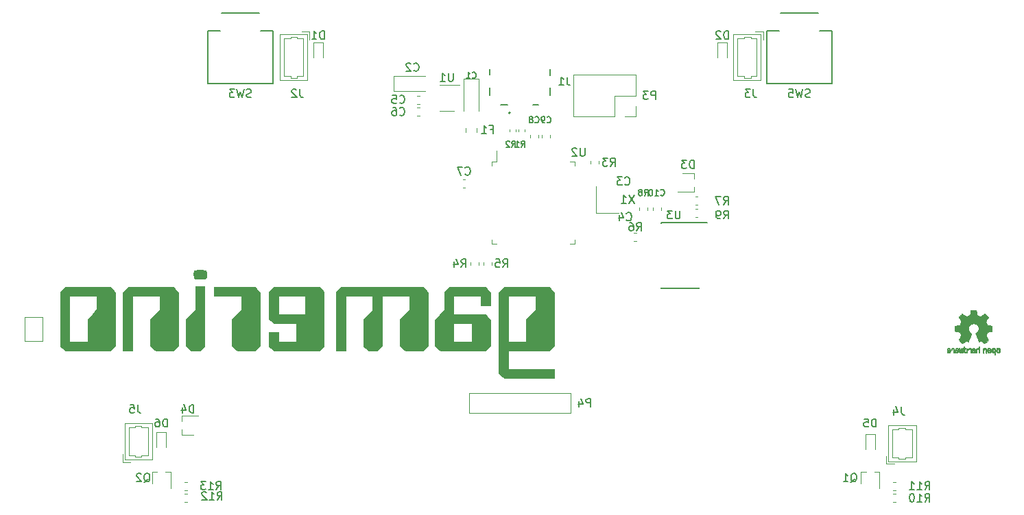
<source format=gbr>
G04 #@! TF.GenerationSoftware,KiCad,Pcbnew,(5.1.5)-3*
G04 #@! TF.CreationDate,2021-06-05T08:31:09+02:00*
G04 #@! TF.ProjectId,gamerino,67616d65-7269-46e6-9f2e-6b696361645f,01*
G04 #@! TF.SameCoordinates,Original*
G04 #@! TF.FileFunction,Legend,Bot*
G04 #@! TF.FilePolarity,Positive*
%FSLAX46Y46*%
G04 Gerber Fmt 4.6, Leading zero omitted, Abs format (unit mm)*
G04 Created by KiCad (PCBNEW (5.1.5)-3) date 2021-06-05 08:31:09*
%MOMM*%
%LPD*%
G04 APERTURE LIST*
%ADD10C,0.120000*%
%ADD11C,0.010000*%
%ADD12C,0.127000*%
%ADD13C,0.200000*%
%ADD14C,0.150000*%
G04 APERTURE END LIST*
D10*
X76900000Y-95100000D02*
X79100000Y-95100000D01*
X76900000Y-92100000D02*
X76900000Y-95100000D01*
X79100000Y-92100000D02*
X76900000Y-92100000D01*
X79100000Y-95100000D02*
X79100000Y-92100000D01*
X131750000Y-104000000D02*
X131750000Y-101500000D01*
X144250000Y-101500000D02*
X131750000Y-101500000D01*
X144250000Y-104000000D02*
X144250000Y-101500000D01*
X131750000Y-104000000D02*
X144250000Y-104000000D01*
D11*
G36*
X196400256Y-95919918D02*
G01*
X196344799Y-95947568D01*
X196295852Y-95998480D01*
X196282371Y-96017338D01*
X196267686Y-96042015D01*
X196258158Y-96068816D01*
X196252707Y-96104587D01*
X196250253Y-96156169D01*
X196249714Y-96224267D01*
X196252148Y-96317588D01*
X196260606Y-96387657D01*
X196276826Y-96439931D01*
X196302546Y-96479869D01*
X196339503Y-96512929D01*
X196342218Y-96514886D01*
X196378640Y-96534908D01*
X196422498Y-96544815D01*
X196478276Y-96547257D01*
X196568952Y-96547257D01*
X196568990Y-96635283D01*
X196569834Y-96684308D01*
X196574976Y-96713065D01*
X196588413Y-96730311D01*
X196614142Y-96744808D01*
X196620321Y-96747769D01*
X196649236Y-96761648D01*
X196671624Y-96770414D01*
X196688271Y-96771171D01*
X196699964Y-96761023D01*
X196707490Y-96737073D01*
X196711634Y-96696426D01*
X196713185Y-96636186D01*
X196712929Y-96553455D01*
X196711651Y-96445339D01*
X196711252Y-96413000D01*
X196709815Y-96301524D01*
X196708528Y-96228603D01*
X196569029Y-96228603D01*
X196568245Y-96290499D01*
X196564760Y-96330997D01*
X196556876Y-96357708D01*
X196542895Y-96378244D01*
X196533403Y-96388260D01*
X196494596Y-96417567D01*
X196460237Y-96419952D01*
X196424784Y-96395750D01*
X196423886Y-96394857D01*
X196409461Y-96376153D01*
X196400687Y-96350732D01*
X196396261Y-96311584D01*
X196394882Y-96251697D01*
X196394857Y-96238430D01*
X196398188Y-96155901D01*
X196409031Y-96098691D01*
X196428660Y-96063766D01*
X196458350Y-96048094D01*
X196475509Y-96046514D01*
X196516234Y-96053926D01*
X196544168Y-96078330D01*
X196560983Y-96122980D01*
X196568350Y-96191130D01*
X196569029Y-96228603D01*
X196708528Y-96228603D01*
X196708292Y-96215245D01*
X196706323Y-96150333D01*
X196703550Y-96102958D01*
X196699612Y-96069290D01*
X196694151Y-96045498D01*
X196686808Y-96027753D01*
X196677223Y-96012224D01*
X196673113Y-96006381D01*
X196618595Y-95951185D01*
X196549664Y-95919890D01*
X196469928Y-95911165D01*
X196400256Y-95919918D01*
G37*
X196400256Y-95919918D02*
X196344799Y-95947568D01*
X196295852Y-95998480D01*
X196282371Y-96017338D01*
X196267686Y-96042015D01*
X196258158Y-96068816D01*
X196252707Y-96104587D01*
X196250253Y-96156169D01*
X196249714Y-96224267D01*
X196252148Y-96317588D01*
X196260606Y-96387657D01*
X196276826Y-96439931D01*
X196302546Y-96479869D01*
X196339503Y-96512929D01*
X196342218Y-96514886D01*
X196378640Y-96534908D01*
X196422498Y-96544815D01*
X196478276Y-96547257D01*
X196568952Y-96547257D01*
X196568990Y-96635283D01*
X196569834Y-96684308D01*
X196574976Y-96713065D01*
X196588413Y-96730311D01*
X196614142Y-96744808D01*
X196620321Y-96747769D01*
X196649236Y-96761648D01*
X196671624Y-96770414D01*
X196688271Y-96771171D01*
X196699964Y-96761023D01*
X196707490Y-96737073D01*
X196711634Y-96696426D01*
X196713185Y-96636186D01*
X196712929Y-96553455D01*
X196711651Y-96445339D01*
X196711252Y-96413000D01*
X196709815Y-96301524D01*
X196708528Y-96228603D01*
X196569029Y-96228603D01*
X196568245Y-96290499D01*
X196564760Y-96330997D01*
X196556876Y-96357708D01*
X196542895Y-96378244D01*
X196533403Y-96388260D01*
X196494596Y-96417567D01*
X196460237Y-96419952D01*
X196424784Y-96395750D01*
X196423886Y-96394857D01*
X196409461Y-96376153D01*
X196400687Y-96350732D01*
X196396261Y-96311584D01*
X196394882Y-96251697D01*
X196394857Y-96238430D01*
X196398188Y-96155901D01*
X196409031Y-96098691D01*
X196428660Y-96063766D01*
X196458350Y-96048094D01*
X196475509Y-96046514D01*
X196516234Y-96053926D01*
X196544168Y-96078330D01*
X196560983Y-96122980D01*
X196568350Y-96191130D01*
X196569029Y-96228603D01*
X196708528Y-96228603D01*
X196708292Y-96215245D01*
X196706323Y-96150333D01*
X196703550Y-96102958D01*
X196699612Y-96069290D01*
X196694151Y-96045498D01*
X196686808Y-96027753D01*
X196677223Y-96012224D01*
X196673113Y-96006381D01*
X196618595Y-95951185D01*
X196549664Y-95919890D01*
X196469928Y-95911165D01*
X196400256Y-95919918D01*
G36*
X195283907Y-95927780D02*
G01*
X195237328Y-95954723D01*
X195204943Y-95981466D01*
X195181258Y-96009484D01*
X195164941Y-96043748D01*
X195154661Y-96089227D01*
X195149086Y-96150892D01*
X195146884Y-96233711D01*
X195146629Y-96293246D01*
X195146629Y-96512391D01*
X195208314Y-96540044D01*
X195270000Y-96567697D01*
X195277257Y-96327670D01*
X195280256Y-96238028D01*
X195283402Y-96172962D01*
X195287299Y-96128026D01*
X195292553Y-96098770D01*
X195299769Y-96080748D01*
X195309550Y-96069511D01*
X195312688Y-96067079D01*
X195360239Y-96048083D01*
X195408303Y-96055600D01*
X195436914Y-96075543D01*
X195448553Y-96089675D01*
X195456609Y-96108220D01*
X195461729Y-96136334D01*
X195464559Y-96179173D01*
X195465744Y-96241895D01*
X195465943Y-96307261D01*
X195465982Y-96389268D01*
X195467386Y-96447316D01*
X195472086Y-96486465D01*
X195482013Y-96511780D01*
X195499097Y-96528323D01*
X195525268Y-96541156D01*
X195560225Y-96554491D01*
X195598404Y-96569007D01*
X195593859Y-96311389D01*
X195592029Y-96218519D01*
X195589888Y-96149889D01*
X195586819Y-96100711D01*
X195582206Y-96066198D01*
X195575432Y-96041562D01*
X195565881Y-96022016D01*
X195554366Y-96004770D01*
X195498810Y-95949680D01*
X195431020Y-95917822D01*
X195357287Y-95910191D01*
X195283907Y-95927780D01*
G37*
X195283907Y-95927780D02*
X195237328Y-95954723D01*
X195204943Y-95981466D01*
X195181258Y-96009484D01*
X195164941Y-96043748D01*
X195154661Y-96089227D01*
X195149086Y-96150892D01*
X195146884Y-96233711D01*
X195146629Y-96293246D01*
X195146629Y-96512391D01*
X195208314Y-96540044D01*
X195270000Y-96567697D01*
X195277257Y-96327670D01*
X195280256Y-96238028D01*
X195283402Y-96172962D01*
X195287299Y-96128026D01*
X195292553Y-96098770D01*
X195299769Y-96080748D01*
X195309550Y-96069511D01*
X195312688Y-96067079D01*
X195360239Y-96048083D01*
X195408303Y-96055600D01*
X195436914Y-96075543D01*
X195448553Y-96089675D01*
X195456609Y-96108220D01*
X195461729Y-96136334D01*
X195464559Y-96179173D01*
X195465744Y-96241895D01*
X195465943Y-96307261D01*
X195465982Y-96389268D01*
X195467386Y-96447316D01*
X195472086Y-96486465D01*
X195482013Y-96511780D01*
X195499097Y-96528323D01*
X195525268Y-96541156D01*
X195560225Y-96554491D01*
X195598404Y-96569007D01*
X195593859Y-96311389D01*
X195592029Y-96218519D01*
X195589888Y-96149889D01*
X195586819Y-96100711D01*
X195582206Y-96066198D01*
X195575432Y-96041562D01*
X195565881Y-96022016D01*
X195554366Y-96004770D01*
X195498810Y-95949680D01*
X195431020Y-95917822D01*
X195357287Y-95910191D01*
X195283907Y-95927780D01*
G36*
X196958885Y-95921962D02*
G01*
X196890855Y-95957733D01*
X196840649Y-96015301D01*
X196822815Y-96052312D01*
X196808937Y-96107882D01*
X196801833Y-96178096D01*
X196801160Y-96254727D01*
X196806573Y-96329552D01*
X196817730Y-96394342D01*
X196834286Y-96440873D01*
X196839374Y-96448887D01*
X196899645Y-96508707D01*
X196971231Y-96544535D01*
X197048908Y-96555020D01*
X197127452Y-96538810D01*
X197149311Y-96529092D01*
X197191878Y-96499143D01*
X197229237Y-96459433D01*
X197232768Y-96454397D01*
X197247119Y-96430124D01*
X197256606Y-96404178D01*
X197262210Y-96370022D01*
X197264914Y-96321119D01*
X197265701Y-96250935D01*
X197265714Y-96235200D01*
X197265678Y-96230192D01*
X197120571Y-96230192D01*
X197119727Y-96296430D01*
X197116404Y-96340386D01*
X197109417Y-96368779D01*
X197097584Y-96388325D01*
X197091543Y-96394857D01*
X197056814Y-96419680D01*
X197023097Y-96418548D01*
X196989005Y-96397016D01*
X196968671Y-96374029D01*
X196956629Y-96340478D01*
X196949866Y-96287569D01*
X196949402Y-96281399D01*
X196948248Y-96185513D01*
X196960312Y-96114299D01*
X196985430Y-96068194D01*
X197023440Y-96047635D01*
X197037008Y-96046514D01*
X197072636Y-96052152D01*
X197097006Y-96071686D01*
X197111907Y-96109042D01*
X197119125Y-96168150D01*
X197120571Y-96230192D01*
X197265678Y-96230192D01*
X197265174Y-96160413D01*
X197262904Y-96108159D01*
X197257932Y-96071949D01*
X197249287Y-96045299D01*
X197235995Y-96021722D01*
X197233057Y-96017338D01*
X197183687Y-95958249D01*
X197129891Y-95923947D01*
X197064398Y-95910331D01*
X197042158Y-95909665D01*
X196958885Y-95921962D01*
G37*
X196958885Y-95921962D02*
X196890855Y-95957733D01*
X196840649Y-96015301D01*
X196822815Y-96052312D01*
X196808937Y-96107882D01*
X196801833Y-96178096D01*
X196801160Y-96254727D01*
X196806573Y-96329552D01*
X196817730Y-96394342D01*
X196834286Y-96440873D01*
X196839374Y-96448887D01*
X196899645Y-96508707D01*
X196971231Y-96544535D01*
X197048908Y-96555020D01*
X197127452Y-96538810D01*
X197149311Y-96529092D01*
X197191878Y-96499143D01*
X197229237Y-96459433D01*
X197232768Y-96454397D01*
X197247119Y-96430124D01*
X197256606Y-96404178D01*
X197262210Y-96370022D01*
X197264914Y-96321119D01*
X197265701Y-96250935D01*
X197265714Y-96235200D01*
X197265678Y-96230192D01*
X197120571Y-96230192D01*
X197119727Y-96296430D01*
X197116404Y-96340386D01*
X197109417Y-96368779D01*
X197097584Y-96388325D01*
X197091543Y-96394857D01*
X197056814Y-96419680D01*
X197023097Y-96418548D01*
X196989005Y-96397016D01*
X196968671Y-96374029D01*
X196956629Y-96340478D01*
X196949866Y-96287569D01*
X196949402Y-96281399D01*
X196948248Y-96185513D01*
X196960312Y-96114299D01*
X196985430Y-96068194D01*
X197023440Y-96047635D01*
X197037008Y-96046514D01*
X197072636Y-96052152D01*
X197097006Y-96071686D01*
X197111907Y-96109042D01*
X197119125Y-96168150D01*
X197120571Y-96230192D01*
X197265678Y-96230192D01*
X197265174Y-96160413D01*
X197262904Y-96108159D01*
X197257932Y-96071949D01*
X197249287Y-96045299D01*
X197235995Y-96021722D01*
X197233057Y-96017338D01*
X197183687Y-95958249D01*
X197129891Y-95923947D01*
X197064398Y-95910331D01*
X197042158Y-95909665D01*
X196958885Y-95921962D01*
G36*
X195831697Y-95931239D02*
G01*
X195774473Y-95969735D01*
X195730251Y-96025335D01*
X195703833Y-96096086D01*
X195698490Y-96148162D01*
X195699097Y-96169893D01*
X195704178Y-96186531D01*
X195718145Y-96201437D01*
X195745411Y-96217973D01*
X195790388Y-96239498D01*
X195857489Y-96269374D01*
X195857829Y-96269524D01*
X195919593Y-96297813D01*
X195970241Y-96322933D01*
X196004596Y-96342179D01*
X196017482Y-96352848D01*
X196017486Y-96352934D01*
X196006128Y-96376166D01*
X195979569Y-96401774D01*
X195949077Y-96420221D01*
X195933630Y-96423886D01*
X195891485Y-96411212D01*
X195855192Y-96379471D01*
X195837483Y-96344572D01*
X195820448Y-96318845D01*
X195787078Y-96289546D01*
X195747851Y-96264235D01*
X195713244Y-96250471D01*
X195706007Y-96249714D01*
X195697861Y-96262160D01*
X195697370Y-96293972D01*
X195703357Y-96336866D01*
X195714643Y-96382558D01*
X195730050Y-96422761D01*
X195730829Y-96424322D01*
X195777196Y-96489062D01*
X195837289Y-96533097D01*
X195905535Y-96554711D01*
X195976362Y-96552185D01*
X196044196Y-96523804D01*
X196047212Y-96521808D01*
X196100573Y-96473448D01*
X196135660Y-96410352D01*
X196155078Y-96327387D01*
X196157684Y-96304078D01*
X196162299Y-96194055D01*
X196156767Y-96142748D01*
X196017486Y-96142748D01*
X196015676Y-96174753D01*
X196005778Y-96184093D01*
X195981102Y-96177105D01*
X195942205Y-96160587D01*
X195898725Y-96139881D01*
X195897644Y-96139333D01*
X195860791Y-96119949D01*
X195846000Y-96107013D01*
X195849647Y-96093451D01*
X195865005Y-96075632D01*
X195904077Y-96049845D01*
X195946154Y-96047950D01*
X195983897Y-96066717D01*
X196009966Y-96102915D01*
X196017486Y-96142748D01*
X196156767Y-96142748D01*
X196152806Y-96106027D01*
X196128450Y-96036212D01*
X196094544Y-95987302D01*
X196033347Y-95937878D01*
X195965937Y-95913359D01*
X195897120Y-95911797D01*
X195831697Y-95931239D01*
G37*
X195831697Y-95931239D02*
X195774473Y-95969735D01*
X195730251Y-96025335D01*
X195703833Y-96096086D01*
X195698490Y-96148162D01*
X195699097Y-96169893D01*
X195704178Y-96186531D01*
X195718145Y-96201437D01*
X195745411Y-96217973D01*
X195790388Y-96239498D01*
X195857489Y-96269374D01*
X195857829Y-96269524D01*
X195919593Y-96297813D01*
X195970241Y-96322933D01*
X196004596Y-96342179D01*
X196017482Y-96352848D01*
X196017486Y-96352934D01*
X196006128Y-96376166D01*
X195979569Y-96401774D01*
X195949077Y-96420221D01*
X195933630Y-96423886D01*
X195891485Y-96411212D01*
X195855192Y-96379471D01*
X195837483Y-96344572D01*
X195820448Y-96318845D01*
X195787078Y-96289546D01*
X195747851Y-96264235D01*
X195713244Y-96250471D01*
X195706007Y-96249714D01*
X195697861Y-96262160D01*
X195697370Y-96293972D01*
X195703357Y-96336866D01*
X195714643Y-96382558D01*
X195730050Y-96422761D01*
X195730829Y-96424322D01*
X195777196Y-96489062D01*
X195837289Y-96533097D01*
X195905535Y-96554711D01*
X195976362Y-96552185D01*
X196044196Y-96523804D01*
X196047212Y-96521808D01*
X196100573Y-96473448D01*
X196135660Y-96410352D01*
X196155078Y-96327387D01*
X196157684Y-96304078D01*
X196162299Y-96194055D01*
X196156767Y-96142748D01*
X196017486Y-96142748D01*
X196015676Y-96174753D01*
X196005778Y-96184093D01*
X195981102Y-96177105D01*
X195942205Y-96160587D01*
X195898725Y-96139881D01*
X195897644Y-96139333D01*
X195860791Y-96119949D01*
X195846000Y-96107013D01*
X195849647Y-96093451D01*
X195865005Y-96075632D01*
X195904077Y-96049845D01*
X195946154Y-96047950D01*
X195983897Y-96066717D01*
X196009966Y-96102915D01*
X196017486Y-96142748D01*
X196156767Y-96142748D01*
X196152806Y-96106027D01*
X196128450Y-96036212D01*
X196094544Y-95987302D01*
X196033347Y-95937878D01*
X195965937Y-95913359D01*
X195897120Y-95911797D01*
X195831697Y-95931239D01*
G36*
X194624114Y-95851289D02*
G01*
X194619861Y-95910613D01*
X194614975Y-95945572D01*
X194608205Y-95960820D01*
X194598298Y-95961015D01*
X194595086Y-95959195D01*
X194552356Y-95946015D01*
X194496773Y-95946785D01*
X194440263Y-95960333D01*
X194404918Y-95977861D01*
X194368679Y-96005861D01*
X194342187Y-96037549D01*
X194324001Y-96077813D01*
X194312678Y-96131543D01*
X194306778Y-96203626D01*
X194304857Y-96298951D01*
X194304823Y-96317237D01*
X194304800Y-96522646D01*
X194350509Y-96538580D01*
X194382973Y-96549420D01*
X194400785Y-96554468D01*
X194401309Y-96554514D01*
X194403063Y-96540828D01*
X194404556Y-96503076D01*
X194405674Y-96446224D01*
X194406303Y-96375234D01*
X194406400Y-96332073D01*
X194406602Y-96246973D01*
X194407642Y-96185981D01*
X194410169Y-96144177D01*
X194414836Y-96116642D01*
X194422293Y-96098456D01*
X194433189Y-96084698D01*
X194439993Y-96078073D01*
X194486728Y-96051375D01*
X194537728Y-96049375D01*
X194583999Y-96071955D01*
X194592556Y-96080107D01*
X194605107Y-96095436D01*
X194613812Y-96113618D01*
X194619369Y-96139909D01*
X194622474Y-96179562D01*
X194623824Y-96237832D01*
X194624114Y-96318173D01*
X194624114Y-96522646D01*
X194669823Y-96538580D01*
X194702287Y-96549420D01*
X194720099Y-96554468D01*
X194720623Y-96554514D01*
X194721963Y-96540623D01*
X194723172Y-96501439D01*
X194724199Y-96440700D01*
X194724998Y-96362141D01*
X194725519Y-96269498D01*
X194725714Y-96166509D01*
X194725714Y-95769342D01*
X194678543Y-95749444D01*
X194631371Y-95729547D01*
X194624114Y-95851289D01*
G37*
X194624114Y-95851289D02*
X194619861Y-95910613D01*
X194614975Y-95945572D01*
X194608205Y-95960820D01*
X194598298Y-95961015D01*
X194595086Y-95959195D01*
X194552356Y-95946015D01*
X194496773Y-95946785D01*
X194440263Y-95960333D01*
X194404918Y-95977861D01*
X194368679Y-96005861D01*
X194342187Y-96037549D01*
X194324001Y-96077813D01*
X194312678Y-96131543D01*
X194306778Y-96203626D01*
X194304857Y-96298951D01*
X194304823Y-96317237D01*
X194304800Y-96522646D01*
X194350509Y-96538580D01*
X194382973Y-96549420D01*
X194400785Y-96554468D01*
X194401309Y-96554514D01*
X194403063Y-96540828D01*
X194404556Y-96503076D01*
X194405674Y-96446224D01*
X194406303Y-96375234D01*
X194406400Y-96332073D01*
X194406602Y-96246973D01*
X194407642Y-96185981D01*
X194410169Y-96144177D01*
X194414836Y-96116642D01*
X194422293Y-96098456D01*
X194433189Y-96084698D01*
X194439993Y-96078073D01*
X194486728Y-96051375D01*
X194537728Y-96049375D01*
X194583999Y-96071955D01*
X194592556Y-96080107D01*
X194605107Y-96095436D01*
X194613812Y-96113618D01*
X194619369Y-96139909D01*
X194622474Y-96179562D01*
X194623824Y-96237832D01*
X194624114Y-96318173D01*
X194624114Y-96522646D01*
X194669823Y-96538580D01*
X194702287Y-96549420D01*
X194720099Y-96554468D01*
X194720623Y-96554514D01*
X194721963Y-96540623D01*
X194723172Y-96501439D01*
X194724199Y-96440700D01*
X194724998Y-96362141D01*
X194725519Y-96269498D01*
X194725714Y-96166509D01*
X194725714Y-95769342D01*
X194678543Y-95749444D01*
X194631371Y-95729547D01*
X194624114Y-95851289D01*
G36*
X193960256Y-95950968D02*
G01*
X193903384Y-95972087D01*
X193902733Y-95972493D01*
X193867560Y-95998380D01*
X193841593Y-96028633D01*
X193823330Y-96068058D01*
X193811268Y-96121462D01*
X193803904Y-96193651D01*
X193799736Y-96289432D01*
X193799371Y-96303078D01*
X193794124Y-96508842D01*
X193838284Y-96531678D01*
X193870237Y-96547110D01*
X193889530Y-96554423D01*
X193890422Y-96554514D01*
X193893761Y-96541022D01*
X193896413Y-96504626D01*
X193898044Y-96451452D01*
X193898400Y-96408393D01*
X193898408Y-96338641D01*
X193901597Y-96294837D01*
X193912712Y-96273944D01*
X193936499Y-96272925D01*
X193977704Y-96288741D01*
X194039914Y-96317815D01*
X194085659Y-96341963D01*
X194109187Y-96362913D01*
X194116104Y-96385747D01*
X194116114Y-96386877D01*
X194104701Y-96426212D01*
X194070908Y-96447462D01*
X194019191Y-96450539D01*
X193981939Y-96450006D01*
X193962297Y-96460735D01*
X193950048Y-96486505D01*
X193942998Y-96519337D01*
X193953158Y-96537966D01*
X193956983Y-96540632D01*
X193992999Y-96551340D01*
X194043434Y-96552856D01*
X194095374Y-96545759D01*
X194132178Y-96532788D01*
X194183062Y-96489585D01*
X194211986Y-96429446D01*
X194217714Y-96382462D01*
X194213343Y-96340082D01*
X194197525Y-96305488D01*
X194166203Y-96274763D01*
X194115322Y-96243990D01*
X194040824Y-96209252D01*
X194036286Y-96207288D01*
X193969179Y-96176287D01*
X193927768Y-96150862D01*
X193910019Y-96128014D01*
X193913893Y-96104745D01*
X193937357Y-96078056D01*
X193944373Y-96071914D01*
X193991370Y-96048100D01*
X194040067Y-96049103D01*
X194082478Y-96072451D01*
X194110616Y-96115675D01*
X194113231Y-96124160D01*
X194138692Y-96165308D01*
X194170999Y-96185128D01*
X194217714Y-96204770D01*
X194217714Y-96153950D01*
X194203504Y-96080082D01*
X194161325Y-96012327D01*
X194139376Y-95989661D01*
X194089483Y-95960569D01*
X194026033Y-95947400D01*
X193960256Y-95950968D01*
G37*
X193960256Y-95950968D02*
X193903384Y-95972087D01*
X193902733Y-95972493D01*
X193867560Y-95998380D01*
X193841593Y-96028633D01*
X193823330Y-96068058D01*
X193811268Y-96121462D01*
X193803904Y-96193651D01*
X193799736Y-96289432D01*
X193799371Y-96303078D01*
X193794124Y-96508842D01*
X193838284Y-96531678D01*
X193870237Y-96547110D01*
X193889530Y-96554423D01*
X193890422Y-96554514D01*
X193893761Y-96541022D01*
X193896413Y-96504626D01*
X193898044Y-96451452D01*
X193898400Y-96408393D01*
X193898408Y-96338641D01*
X193901597Y-96294837D01*
X193912712Y-96273944D01*
X193936499Y-96272925D01*
X193977704Y-96288741D01*
X194039914Y-96317815D01*
X194085659Y-96341963D01*
X194109187Y-96362913D01*
X194116104Y-96385747D01*
X194116114Y-96386877D01*
X194104701Y-96426212D01*
X194070908Y-96447462D01*
X194019191Y-96450539D01*
X193981939Y-96450006D01*
X193962297Y-96460735D01*
X193950048Y-96486505D01*
X193942998Y-96519337D01*
X193953158Y-96537966D01*
X193956983Y-96540632D01*
X193992999Y-96551340D01*
X194043434Y-96552856D01*
X194095374Y-96545759D01*
X194132178Y-96532788D01*
X194183062Y-96489585D01*
X194211986Y-96429446D01*
X194217714Y-96382462D01*
X194213343Y-96340082D01*
X194197525Y-96305488D01*
X194166203Y-96274763D01*
X194115322Y-96243990D01*
X194040824Y-96209252D01*
X194036286Y-96207288D01*
X193969179Y-96176287D01*
X193927768Y-96150862D01*
X193910019Y-96128014D01*
X193913893Y-96104745D01*
X193937357Y-96078056D01*
X193944373Y-96071914D01*
X193991370Y-96048100D01*
X194040067Y-96049103D01*
X194082478Y-96072451D01*
X194110616Y-96115675D01*
X194113231Y-96124160D01*
X194138692Y-96165308D01*
X194170999Y-96185128D01*
X194217714Y-96204770D01*
X194217714Y-96153950D01*
X194203504Y-96080082D01*
X194161325Y-96012327D01*
X194139376Y-95989661D01*
X194089483Y-95960569D01*
X194026033Y-95947400D01*
X193960256Y-95950968D01*
G36*
X193470074Y-95949755D02*
G01*
X193404142Y-95974084D01*
X193350727Y-96017117D01*
X193329836Y-96047409D01*
X193307061Y-96102994D01*
X193307534Y-96143186D01*
X193331438Y-96170217D01*
X193340283Y-96174813D01*
X193378470Y-96189144D01*
X193397972Y-96185472D01*
X193404578Y-96161407D01*
X193404914Y-96148114D01*
X193417008Y-96099210D01*
X193448529Y-96064999D01*
X193492341Y-96048476D01*
X193541305Y-96052634D01*
X193581106Y-96074227D01*
X193594550Y-96086544D01*
X193604079Y-96101487D01*
X193610515Y-96124075D01*
X193614683Y-96159328D01*
X193617403Y-96212266D01*
X193619498Y-96287907D01*
X193620040Y-96311857D01*
X193622019Y-96393790D01*
X193624269Y-96451455D01*
X193627643Y-96489608D01*
X193632994Y-96513004D01*
X193641176Y-96526398D01*
X193653041Y-96534545D01*
X193660638Y-96538144D01*
X193692898Y-96550452D01*
X193711889Y-96554514D01*
X193718164Y-96540948D01*
X193721994Y-96499934D01*
X193723400Y-96430999D01*
X193722402Y-96333669D01*
X193722092Y-96318657D01*
X193719899Y-96229859D01*
X193717307Y-96165019D01*
X193713618Y-96119067D01*
X193708136Y-96086935D01*
X193700165Y-96063553D01*
X193689007Y-96043852D01*
X193683170Y-96035410D01*
X193649704Y-95998057D01*
X193612273Y-95969003D01*
X193607691Y-95966467D01*
X193540574Y-95946443D01*
X193470074Y-95949755D01*
G37*
X193470074Y-95949755D02*
X193404142Y-95974084D01*
X193350727Y-96017117D01*
X193329836Y-96047409D01*
X193307061Y-96102994D01*
X193307534Y-96143186D01*
X193331438Y-96170217D01*
X193340283Y-96174813D01*
X193378470Y-96189144D01*
X193397972Y-96185472D01*
X193404578Y-96161407D01*
X193404914Y-96148114D01*
X193417008Y-96099210D01*
X193448529Y-96064999D01*
X193492341Y-96048476D01*
X193541305Y-96052634D01*
X193581106Y-96074227D01*
X193594550Y-96086544D01*
X193604079Y-96101487D01*
X193610515Y-96124075D01*
X193614683Y-96159328D01*
X193617403Y-96212266D01*
X193619498Y-96287907D01*
X193620040Y-96311857D01*
X193622019Y-96393790D01*
X193624269Y-96451455D01*
X193627643Y-96489608D01*
X193632994Y-96513004D01*
X193641176Y-96526398D01*
X193653041Y-96534545D01*
X193660638Y-96538144D01*
X193692898Y-96550452D01*
X193711889Y-96554514D01*
X193718164Y-96540948D01*
X193721994Y-96499934D01*
X193723400Y-96430999D01*
X193722402Y-96333669D01*
X193722092Y-96318657D01*
X193719899Y-96229859D01*
X193717307Y-96165019D01*
X193713618Y-96119067D01*
X193708136Y-96086935D01*
X193700165Y-96063553D01*
X193689007Y-96043852D01*
X193683170Y-96035410D01*
X193649704Y-95998057D01*
X193612273Y-95969003D01*
X193607691Y-95966467D01*
X193540574Y-95946443D01*
X193470074Y-95949755D01*
G36*
X192809883Y-96065358D02*
G01*
X192810067Y-96173837D01*
X192810781Y-96257287D01*
X192812325Y-96319704D01*
X192814999Y-96365085D01*
X192819106Y-96397429D01*
X192824945Y-96420733D01*
X192832818Y-96438995D01*
X192838779Y-96449418D01*
X192888145Y-96505945D01*
X192950736Y-96541377D01*
X193019987Y-96554090D01*
X193089332Y-96542463D01*
X193130625Y-96521568D01*
X193173975Y-96485422D01*
X193203519Y-96441276D01*
X193221345Y-96383462D01*
X193229537Y-96306313D01*
X193230698Y-96249714D01*
X193230542Y-96245647D01*
X193129143Y-96245647D01*
X193128524Y-96310550D01*
X193125686Y-96353514D01*
X193119160Y-96381622D01*
X193107477Y-96401953D01*
X193093517Y-96417288D01*
X193046635Y-96446890D01*
X192996299Y-96449419D01*
X192948724Y-96424705D01*
X192945021Y-96421356D01*
X192929217Y-96403935D01*
X192919307Y-96383209D01*
X192913942Y-96352362D01*
X192911772Y-96304577D01*
X192911429Y-96251748D01*
X192912173Y-96185381D01*
X192915252Y-96141106D01*
X192921939Y-96112009D01*
X192933504Y-96091173D01*
X192942987Y-96080107D01*
X192987040Y-96052198D01*
X193037776Y-96048843D01*
X193086204Y-96070159D01*
X193095550Y-96078073D01*
X193111460Y-96095647D01*
X193121390Y-96116587D01*
X193126722Y-96147782D01*
X193128837Y-96196122D01*
X193129143Y-96245647D01*
X193230542Y-96245647D01*
X193227190Y-96158568D01*
X193215274Y-96090086D01*
X193192865Y-96038600D01*
X193157876Y-95998443D01*
X193130625Y-95977861D01*
X193081093Y-95955625D01*
X193023684Y-95945304D01*
X192970318Y-95948067D01*
X192940457Y-95959212D01*
X192928739Y-95962383D01*
X192920963Y-95950557D01*
X192915535Y-95918866D01*
X192911429Y-95870593D01*
X192906933Y-95816829D01*
X192900687Y-95784482D01*
X192889324Y-95765985D01*
X192869472Y-95753770D01*
X192857000Y-95748362D01*
X192809829Y-95728601D01*
X192809883Y-96065358D01*
G37*
X192809883Y-96065358D02*
X192810067Y-96173837D01*
X192810781Y-96257287D01*
X192812325Y-96319704D01*
X192814999Y-96365085D01*
X192819106Y-96397429D01*
X192824945Y-96420733D01*
X192832818Y-96438995D01*
X192838779Y-96449418D01*
X192888145Y-96505945D01*
X192950736Y-96541377D01*
X193019987Y-96554090D01*
X193089332Y-96542463D01*
X193130625Y-96521568D01*
X193173975Y-96485422D01*
X193203519Y-96441276D01*
X193221345Y-96383462D01*
X193229537Y-96306313D01*
X193230698Y-96249714D01*
X193230542Y-96245647D01*
X193129143Y-96245647D01*
X193128524Y-96310550D01*
X193125686Y-96353514D01*
X193119160Y-96381622D01*
X193107477Y-96401953D01*
X193093517Y-96417288D01*
X193046635Y-96446890D01*
X192996299Y-96449419D01*
X192948724Y-96424705D01*
X192945021Y-96421356D01*
X192929217Y-96403935D01*
X192919307Y-96383209D01*
X192913942Y-96352362D01*
X192911772Y-96304577D01*
X192911429Y-96251748D01*
X192912173Y-96185381D01*
X192915252Y-96141106D01*
X192921939Y-96112009D01*
X192933504Y-96091173D01*
X192942987Y-96080107D01*
X192987040Y-96052198D01*
X193037776Y-96048843D01*
X193086204Y-96070159D01*
X193095550Y-96078073D01*
X193111460Y-96095647D01*
X193121390Y-96116587D01*
X193126722Y-96147782D01*
X193128837Y-96196122D01*
X193129143Y-96245647D01*
X193230542Y-96245647D01*
X193227190Y-96158568D01*
X193215274Y-96090086D01*
X193192865Y-96038600D01*
X193157876Y-95998443D01*
X193130625Y-95977861D01*
X193081093Y-95955625D01*
X193023684Y-95945304D01*
X192970318Y-95948067D01*
X192940457Y-95959212D01*
X192928739Y-95962383D01*
X192920963Y-95950557D01*
X192915535Y-95918866D01*
X192911429Y-95870593D01*
X192906933Y-95816829D01*
X192900687Y-95784482D01*
X192889324Y-95765985D01*
X192869472Y-95753770D01*
X192857000Y-95748362D01*
X192809829Y-95728601D01*
X192809883Y-96065358D01*
G36*
X192220167Y-95958663D02*
G01*
X192217952Y-95996850D01*
X192216216Y-96054886D01*
X192215101Y-96128180D01*
X192214743Y-96205055D01*
X192214743Y-96465196D01*
X192260674Y-96511127D01*
X192292325Y-96539429D01*
X192320110Y-96550893D01*
X192358085Y-96550168D01*
X192373160Y-96548321D01*
X192420274Y-96542948D01*
X192459244Y-96539869D01*
X192468743Y-96539585D01*
X192500767Y-96541445D01*
X192546568Y-96546114D01*
X192564326Y-96548321D01*
X192607943Y-96551735D01*
X192637255Y-96544320D01*
X192666320Y-96521427D01*
X192676812Y-96511127D01*
X192722743Y-96465196D01*
X192722743Y-95978602D01*
X192685774Y-95961758D01*
X192653941Y-95949282D01*
X192635317Y-95944914D01*
X192630542Y-95958718D01*
X192626079Y-95997286D01*
X192622225Y-96056356D01*
X192619278Y-96131663D01*
X192617857Y-96195286D01*
X192613886Y-96445657D01*
X192579241Y-96450556D01*
X192547732Y-96447131D01*
X192532292Y-96436041D01*
X192527977Y-96415308D01*
X192524292Y-96371145D01*
X192521531Y-96309146D01*
X192519988Y-96234909D01*
X192519765Y-96196706D01*
X192519543Y-95976783D01*
X192473834Y-95960849D01*
X192441482Y-95950015D01*
X192423885Y-95944962D01*
X192423377Y-95944914D01*
X192421612Y-95958648D01*
X192419671Y-95996730D01*
X192417718Y-96054482D01*
X192415916Y-96127227D01*
X192414657Y-96195286D01*
X192410686Y-96445657D01*
X192323600Y-96445657D01*
X192319604Y-96217240D01*
X192315608Y-95988822D01*
X192273153Y-95966868D01*
X192241808Y-95951793D01*
X192223256Y-95944951D01*
X192222721Y-95944914D01*
X192220167Y-95958663D01*
G37*
X192220167Y-95958663D02*
X192217952Y-95996850D01*
X192216216Y-96054886D01*
X192215101Y-96128180D01*
X192214743Y-96205055D01*
X192214743Y-96465196D01*
X192260674Y-96511127D01*
X192292325Y-96539429D01*
X192320110Y-96550893D01*
X192358085Y-96550168D01*
X192373160Y-96548321D01*
X192420274Y-96542948D01*
X192459244Y-96539869D01*
X192468743Y-96539585D01*
X192500767Y-96541445D01*
X192546568Y-96546114D01*
X192564326Y-96548321D01*
X192607943Y-96551735D01*
X192637255Y-96544320D01*
X192666320Y-96521427D01*
X192676812Y-96511127D01*
X192722743Y-96465196D01*
X192722743Y-95978602D01*
X192685774Y-95961758D01*
X192653941Y-95949282D01*
X192635317Y-95944914D01*
X192630542Y-95958718D01*
X192626079Y-95997286D01*
X192622225Y-96056356D01*
X192619278Y-96131663D01*
X192617857Y-96195286D01*
X192613886Y-96445657D01*
X192579241Y-96450556D01*
X192547732Y-96447131D01*
X192532292Y-96436041D01*
X192527977Y-96415308D01*
X192524292Y-96371145D01*
X192521531Y-96309146D01*
X192519988Y-96234909D01*
X192519765Y-96196706D01*
X192519543Y-95976783D01*
X192473834Y-95960849D01*
X192441482Y-95950015D01*
X192423885Y-95944962D01*
X192423377Y-95944914D01*
X192421612Y-95958648D01*
X192419671Y-95996730D01*
X192417718Y-96054482D01*
X192415916Y-96127227D01*
X192414657Y-96195286D01*
X192410686Y-96445657D01*
X192323600Y-96445657D01*
X192319604Y-96217240D01*
X192315608Y-95988822D01*
X192273153Y-95966868D01*
X192241808Y-95951793D01*
X192223256Y-95944951D01*
X192222721Y-95944914D01*
X192220167Y-95958663D01*
G36*
X191855124Y-95956335D02*
G01*
X191813333Y-95975344D01*
X191780531Y-95998378D01*
X191756497Y-96024133D01*
X191739903Y-96057358D01*
X191729423Y-96102800D01*
X191723729Y-96165207D01*
X191721493Y-96249327D01*
X191721257Y-96304721D01*
X191721257Y-96520826D01*
X191758226Y-96537670D01*
X191787344Y-96549981D01*
X191801769Y-96554514D01*
X191804528Y-96541025D01*
X191806718Y-96504653D01*
X191808058Y-96451542D01*
X191808343Y-96409372D01*
X191809566Y-96348447D01*
X191812864Y-96300115D01*
X191817679Y-96270518D01*
X191821504Y-96264229D01*
X191847217Y-96270652D01*
X191887582Y-96287125D01*
X191934321Y-96309458D01*
X191979155Y-96333457D01*
X192013807Y-96354930D01*
X192029998Y-96369685D01*
X192030062Y-96369845D01*
X192028670Y-96397152D01*
X192016182Y-96423219D01*
X191994257Y-96444392D01*
X191962257Y-96451474D01*
X191934908Y-96450649D01*
X191896174Y-96450042D01*
X191875842Y-96459116D01*
X191863631Y-96483092D01*
X191862091Y-96487613D01*
X191856797Y-96521806D01*
X191870953Y-96542568D01*
X191907852Y-96552462D01*
X191947711Y-96554292D01*
X192019438Y-96540727D01*
X192056568Y-96521355D01*
X192102424Y-96475845D01*
X192126744Y-96419983D01*
X192128927Y-96360957D01*
X192108371Y-96305953D01*
X192077451Y-96271486D01*
X192046580Y-96252189D01*
X191998058Y-96227759D01*
X191941515Y-96202985D01*
X191932090Y-96199199D01*
X191869981Y-96171791D01*
X191834178Y-96147634D01*
X191822663Y-96123619D01*
X191833420Y-96096635D01*
X191851886Y-96075543D01*
X191895531Y-96049572D01*
X191943554Y-96047624D01*
X191987594Y-96067637D01*
X192019291Y-96107551D01*
X192023451Y-96117848D01*
X192047673Y-96155724D01*
X192083035Y-96183842D01*
X192127657Y-96206917D01*
X192127657Y-96141485D01*
X192125031Y-96101506D01*
X192113770Y-96069997D01*
X192088801Y-96036378D01*
X192064831Y-96010484D01*
X192027559Y-95973817D01*
X191998599Y-95954121D01*
X191967495Y-95946220D01*
X191932287Y-95944914D01*
X191855124Y-95956335D01*
G37*
X191855124Y-95956335D02*
X191813333Y-95975344D01*
X191780531Y-95998378D01*
X191756497Y-96024133D01*
X191739903Y-96057358D01*
X191729423Y-96102800D01*
X191723729Y-96165207D01*
X191721493Y-96249327D01*
X191721257Y-96304721D01*
X191721257Y-96520826D01*
X191758226Y-96537670D01*
X191787344Y-96549981D01*
X191801769Y-96554514D01*
X191804528Y-96541025D01*
X191806718Y-96504653D01*
X191808058Y-96451542D01*
X191808343Y-96409372D01*
X191809566Y-96348447D01*
X191812864Y-96300115D01*
X191817679Y-96270518D01*
X191821504Y-96264229D01*
X191847217Y-96270652D01*
X191887582Y-96287125D01*
X191934321Y-96309458D01*
X191979155Y-96333457D01*
X192013807Y-96354930D01*
X192029998Y-96369685D01*
X192030062Y-96369845D01*
X192028670Y-96397152D01*
X192016182Y-96423219D01*
X191994257Y-96444392D01*
X191962257Y-96451474D01*
X191934908Y-96450649D01*
X191896174Y-96450042D01*
X191875842Y-96459116D01*
X191863631Y-96483092D01*
X191862091Y-96487613D01*
X191856797Y-96521806D01*
X191870953Y-96542568D01*
X191907852Y-96552462D01*
X191947711Y-96554292D01*
X192019438Y-96540727D01*
X192056568Y-96521355D01*
X192102424Y-96475845D01*
X192126744Y-96419983D01*
X192128927Y-96360957D01*
X192108371Y-96305953D01*
X192077451Y-96271486D01*
X192046580Y-96252189D01*
X191998058Y-96227759D01*
X191941515Y-96202985D01*
X191932090Y-96199199D01*
X191869981Y-96171791D01*
X191834178Y-96147634D01*
X191822663Y-96123619D01*
X191833420Y-96096635D01*
X191851886Y-96075543D01*
X191895531Y-96049572D01*
X191943554Y-96047624D01*
X191987594Y-96067637D01*
X192019291Y-96107551D01*
X192023451Y-96117848D01*
X192047673Y-96155724D01*
X192083035Y-96183842D01*
X192127657Y-96206917D01*
X192127657Y-96141485D01*
X192125031Y-96101506D01*
X192113770Y-96069997D01*
X192088801Y-96036378D01*
X192064831Y-96010484D01*
X192027559Y-95973817D01*
X191998599Y-95954121D01*
X191967495Y-95946220D01*
X191932287Y-95944914D01*
X191855124Y-95956335D01*
G36*
X191347400Y-95958752D02*
G01*
X191330052Y-95966334D01*
X191288644Y-95999128D01*
X191253235Y-96046547D01*
X191231336Y-96097151D01*
X191227771Y-96122098D01*
X191239721Y-96156927D01*
X191265933Y-96175357D01*
X191294036Y-96186516D01*
X191306905Y-96188572D01*
X191313171Y-96173649D01*
X191325544Y-96141175D01*
X191330972Y-96126502D01*
X191361410Y-96075744D01*
X191405480Y-96050427D01*
X191461990Y-96051206D01*
X191466175Y-96052203D01*
X191496345Y-96066507D01*
X191518524Y-96094393D01*
X191533673Y-96139287D01*
X191542750Y-96204615D01*
X191546714Y-96293804D01*
X191547086Y-96341261D01*
X191547270Y-96416071D01*
X191548478Y-96467069D01*
X191551691Y-96499471D01*
X191557891Y-96518495D01*
X191568060Y-96529356D01*
X191583181Y-96537272D01*
X191584054Y-96537670D01*
X191613172Y-96549981D01*
X191627597Y-96554514D01*
X191629814Y-96540809D01*
X191631711Y-96502925D01*
X191633153Y-96445715D01*
X191634002Y-96374027D01*
X191634171Y-96321565D01*
X191633308Y-96220047D01*
X191629930Y-96143032D01*
X191622858Y-96086023D01*
X191610912Y-96044526D01*
X191592910Y-96014043D01*
X191567673Y-95990080D01*
X191542753Y-95973355D01*
X191482829Y-95951097D01*
X191413089Y-95946076D01*
X191347400Y-95958752D01*
G37*
X191347400Y-95958752D02*
X191330052Y-95966334D01*
X191288644Y-95999128D01*
X191253235Y-96046547D01*
X191231336Y-96097151D01*
X191227771Y-96122098D01*
X191239721Y-96156927D01*
X191265933Y-96175357D01*
X191294036Y-96186516D01*
X191306905Y-96188572D01*
X191313171Y-96173649D01*
X191325544Y-96141175D01*
X191330972Y-96126502D01*
X191361410Y-96075744D01*
X191405480Y-96050427D01*
X191461990Y-96051206D01*
X191466175Y-96052203D01*
X191496345Y-96066507D01*
X191518524Y-96094393D01*
X191533673Y-96139287D01*
X191542750Y-96204615D01*
X191546714Y-96293804D01*
X191547086Y-96341261D01*
X191547270Y-96416071D01*
X191548478Y-96467069D01*
X191551691Y-96499471D01*
X191557891Y-96518495D01*
X191568060Y-96529356D01*
X191583181Y-96537272D01*
X191584054Y-96537670D01*
X191613172Y-96549981D01*
X191627597Y-96554514D01*
X191629814Y-96540809D01*
X191631711Y-96502925D01*
X191633153Y-96445715D01*
X191634002Y-96374027D01*
X191634171Y-96321565D01*
X191633308Y-96220047D01*
X191629930Y-96143032D01*
X191622858Y-96086023D01*
X191610912Y-96044526D01*
X191592910Y-96014043D01*
X191567673Y-95990080D01*
X191542753Y-95973355D01*
X191482829Y-95951097D01*
X191413089Y-95946076D01*
X191347400Y-95958752D01*
G36*
X190846405Y-95966966D02*
G01*
X190788979Y-96004497D01*
X190761281Y-96038096D01*
X190739338Y-96099064D01*
X190737595Y-96147308D01*
X190741543Y-96211816D01*
X190890314Y-96276934D01*
X190962651Y-96310202D01*
X191009916Y-96336964D01*
X191034493Y-96360144D01*
X191038763Y-96382667D01*
X191025111Y-96407455D01*
X191010057Y-96423886D01*
X190966254Y-96450235D01*
X190918611Y-96452081D01*
X190874855Y-96431546D01*
X190842711Y-96390752D01*
X190836962Y-96376347D01*
X190809424Y-96331356D01*
X190777742Y-96312182D01*
X190734286Y-96295779D01*
X190734286Y-96357966D01*
X190738128Y-96400283D01*
X190753177Y-96435969D01*
X190784720Y-96476943D01*
X190789408Y-96482267D01*
X190824494Y-96518720D01*
X190854653Y-96538283D01*
X190892385Y-96547283D01*
X190923665Y-96550230D01*
X190979615Y-96550965D01*
X191019445Y-96541660D01*
X191044292Y-96527846D01*
X191083344Y-96497467D01*
X191110375Y-96464613D01*
X191127483Y-96423294D01*
X191136762Y-96367521D01*
X191140307Y-96291305D01*
X191140590Y-96252622D01*
X191139628Y-96206247D01*
X191051993Y-96206247D01*
X191050977Y-96231126D01*
X191048444Y-96235200D01*
X191031726Y-96229665D01*
X190995751Y-96215017D01*
X190947669Y-96194190D01*
X190937614Y-96189714D01*
X190876848Y-96158814D01*
X190843368Y-96131657D01*
X190836010Y-96106220D01*
X190853609Y-96080481D01*
X190868144Y-96069109D01*
X190920590Y-96046364D01*
X190969678Y-96050122D01*
X191010773Y-96077884D01*
X191039242Y-96127152D01*
X191048369Y-96166257D01*
X191051993Y-96206247D01*
X191139628Y-96206247D01*
X191138715Y-96162249D01*
X191131804Y-96095384D01*
X191118116Y-96046695D01*
X191095904Y-96010849D01*
X191063426Y-95982513D01*
X191049267Y-95973355D01*
X190984947Y-95949507D01*
X190914527Y-95948006D01*
X190846405Y-95966966D01*
G37*
X190846405Y-95966966D02*
X190788979Y-96004497D01*
X190761281Y-96038096D01*
X190739338Y-96099064D01*
X190737595Y-96147308D01*
X190741543Y-96211816D01*
X190890314Y-96276934D01*
X190962651Y-96310202D01*
X191009916Y-96336964D01*
X191034493Y-96360144D01*
X191038763Y-96382667D01*
X191025111Y-96407455D01*
X191010057Y-96423886D01*
X190966254Y-96450235D01*
X190918611Y-96452081D01*
X190874855Y-96431546D01*
X190842711Y-96390752D01*
X190836962Y-96376347D01*
X190809424Y-96331356D01*
X190777742Y-96312182D01*
X190734286Y-96295779D01*
X190734286Y-96357966D01*
X190738128Y-96400283D01*
X190753177Y-96435969D01*
X190784720Y-96476943D01*
X190789408Y-96482267D01*
X190824494Y-96518720D01*
X190854653Y-96538283D01*
X190892385Y-96547283D01*
X190923665Y-96550230D01*
X190979615Y-96550965D01*
X191019445Y-96541660D01*
X191044292Y-96527846D01*
X191083344Y-96497467D01*
X191110375Y-96464613D01*
X191127483Y-96423294D01*
X191136762Y-96367521D01*
X191140307Y-96291305D01*
X191140590Y-96252622D01*
X191139628Y-96206247D01*
X191051993Y-96206247D01*
X191050977Y-96231126D01*
X191048444Y-96235200D01*
X191031726Y-96229665D01*
X190995751Y-96215017D01*
X190947669Y-96194190D01*
X190937614Y-96189714D01*
X190876848Y-96158814D01*
X190843368Y-96131657D01*
X190836010Y-96106220D01*
X190853609Y-96080481D01*
X190868144Y-96069109D01*
X190920590Y-96046364D01*
X190969678Y-96050122D01*
X191010773Y-96077884D01*
X191039242Y-96127152D01*
X191048369Y-96166257D01*
X191051993Y-96206247D01*
X191139628Y-96206247D01*
X191138715Y-96162249D01*
X191131804Y-96095384D01*
X191118116Y-96046695D01*
X191095904Y-96010849D01*
X191063426Y-95982513D01*
X191049267Y-95973355D01*
X190984947Y-95949507D01*
X190914527Y-95948006D01*
X190846405Y-95966966D01*
G36*
X193896090Y-91242348D02*
G01*
X193817546Y-91242778D01*
X193760702Y-91243942D01*
X193721895Y-91246207D01*
X193697462Y-91249940D01*
X193683738Y-91255506D01*
X193677060Y-91263273D01*
X193673764Y-91273605D01*
X193673444Y-91274943D01*
X193668438Y-91299079D01*
X193659171Y-91346701D01*
X193646608Y-91412741D01*
X193631713Y-91492128D01*
X193615449Y-91579796D01*
X193614881Y-91582875D01*
X193598590Y-91668789D01*
X193583348Y-91744696D01*
X193570139Y-91806045D01*
X193559946Y-91848282D01*
X193553752Y-91866855D01*
X193553457Y-91867184D01*
X193535212Y-91876253D01*
X193497595Y-91891367D01*
X193448729Y-91909262D01*
X193448457Y-91909358D01*
X193386907Y-91932493D01*
X193314343Y-91961965D01*
X193245943Y-91991597D01*
X193242706Y-91993062D01*
X193131298Y-92043626D01*
X192884601Y-91875160D01*
X192808923Y-91823803D01*
X192740369Y-91777889D01*
X192682912Y-91740030D01*
X192640524Y-91712837D01*
X192617175Y-91698921D01*
X192614958Y-91697889D01*
X192597990Y-91702484D01*
X192566299Y-91724655D01*
X192518648Y-91765447D01*
X192453802Y-91825905D01*
X192387603Y-91890227D01*
X192323786Y-91953612D01*
X192266671Y-92011451D01*
X192219695Y-92060175D01*
X192186297Y-92096210D01*
X192169915Y-92115984D01*
X192169306Y-92117002D01*
X192167495Y-92130572D01*
X192174317Y-92152733D01*
X192191460Y-92186478D01*
X192220607Y-92234800D01*
X192263445Y-92300692D01*
X192320552Y-92385517D01*
X192371234Y-92460177D01*
X192416539Y-92527140D01*
X192453850Y-92582516D01*
X192480548Y-92622420D01*
X192494015Y-92642962D01*
X192494863Y-92644356D01*
X192493219Y-92664038D01*
X192480755Y-92702293D01*
X192459952Y-92751889D01*
X192452538Y-92767728D01*
X192420186Y-92838290D01*
X192385672Y-92918353D01*
X192357635Y-92987629D01*
X192337432Y-93039045D01*
X192321385Y-93078119D01*
X192312112Y-93098541D01*
X192310959Y-93100114D01*
X192293904Y-93102721D01*
X192253702Y-93109863D01*
X192195698Y-93120523D01*
X192125237Y-93133685D01*
X192047665Y-93148333D01*
X191968328Y-93163449D01*
X191892569Y-93178018D01*
X191825736Y-93191022D01*
X191773172Y-93201445D01*
X191740224Y-93208270D01*
X191732143Y-93210199D01*
X191723795Y-93214962D01*
X191717494Y-93225718D01*
X191712955Y-93246098D01*
X191709896Y-93279734D01*
X191708033Y-93330255D01*
X191707082Y-93401292D01*
X191706760Y-93496476D01*
X191706743Y-93535492D01*
X191706743Y-93852799D01*
X191782943Y-93867839D01*
X191825337Y-93875995D01*
X191888600Y-93887899D01*
X191965038Y-93902116D01*
X192046957Y-93917210D01*
X192069600Y-93921355D01*
X192145194Y-93936053D01*
X192211047Y-93950505D01*
X192261634Y-93963375D01*
X192291426Y-93973322D01*
X192296388Y-93976287D01*
X192308574Y-93997283D01*
X192326047Y-94037967D01*
X192345423Y-94090322D01*
X192349266Y-94101600D01*
X192374661Y-94171523D01*
X192406183Y-94250418D01*
X192437031Y-94321266D01*
X192437183Y-94321595D01*
X192488553Y-94432733D01*
X192319601Y-94681253D01*
X192150648Y-94929772D01*
X192367571Y-95147058D01*
X192433181Y-95211726D01*
X192493021Y-95268733D01*
X192543733Y-95315033D01*
X192581954Y-95347584D01*
X192604325Y-95363343D01*
X192607534Y-95364343D01*
X192626374Y-95356469D01*
X192664820Y-95334578D01*
X192718670Y-95301267D01*
X192783724Y-95259131D01*
X192854060Y-95211943D01*
X192925445Y-95163810D01*
X192989092Y-95121928D01*
X193040959Y-95088871D01*
X193077005Y-95067218D01*
X193093133Y-95059543D01*
X193112811Y-95066037D01*
X193150125Y-95083150D01*
X193197379Y-95107326D01*
X193202388Y-95110013D01*
X193266023Y-95141927D01*
X193309659Y-95157579D01*
X193336798Y-95157745D01*
X193350943Y-95143204D01*
X193351025Y-95143000D01*
X193358095Y-95125779D01*
X193374958Y-95084899D01*
X193400305Y-95023525D01*
X193432829Y-94944819D01*
X193471222Y-94851947D01*
X193514178Y-94748072D01*
X193555778Y-94647502D01*
X193601496Y-94536516D01*
X193643474Y-94433703D01*
X193680452Y-94342215D01*
X193711173Y-94265201D01*
X193734378Y-94205815D01*
X193748810Y-94167209D01*
X193753257Y-94152800D01*
X193742104Y-94136272D01*
X193712931Y-94109930D01*
X193674029Y-94080887D01*
X193563243Y-93989039D01*
X193476649Y-93883759D01*
X193415284Y-93767266D01*
X193380185Y-93641776D01*
X193372392Y-93509507D01*
X193378057Y-93448457D01*
X193408922Y-93321795D01*
X193462080Y-93209941D01*
X193534233Y-93114001D01*
X193622083Y-93035076D01*
X193722335Y-92974270D01*
X193831690Y-92932687D01*
X193946853Y-92911428D01*
X194064525Y-92911599D01*
X194181410Y-92934301D01*
X194294211Y-92980638D01*
X194399631Y-93051713D01*
X194443632Y-93091911D01*
X194528021Y-93195129D01*
X194586778Y-93307925D01*
X194620296Y-93427010D01*
X194628965Y-93549095D01*
X194613177Y-93670893D01*
X194573322Y-93789116D01*
X194509793Y-93900475D01*
X194422979Y-94001684D01*
X194325971Y-94080887D01*
X194285563Y-94111162D01*
X194257018Y-94137219D01*
X194246743Y-94152825D01*
X194252123Y-94169843D01*
X194267425Y-94210500D01*
X194291388Y-94271642D01*
X194322756Y-94350119D01*
X194360268Y-94442780D01*
X194402667Y-94546472D01*
X194444337Y-94647526D01*
X194490310Y-94758607D01*
X194532893Y-94861541D01*
X194570779Y-94953165D01*
X194602660Y-95030316D01*
X194627229Y-95089831D01*
X194643180Y-95128544D01*
X194649090Y-95143000D01*
X194663052Y-95157685D01*
X194690060Y-95157642D01*
X194733587Y-95142099D01*
X194797110Y-95110284D01*
X194797612Y-95110013D01*
X194845440Y-95085323D01*
X194884103Y-95067338D01*
X194905905Y-95059614D01*
X194906867Y-95059543D01*
X194923279Y-95067378D01*
X194959513Y-95089165D01*
X195011526Y-95122328D01*
X195075275Y-95164291D01*
X195145940Y-95211943D01*
X195217884Y-95260191D01*
X195282726Y-95302151D01*
X195336265Y-95335227D01*
X195374303Y-95356821D01*
X195392467Y-95364343D01*
X195409192Y-95354457D01*
X195442820Y-95326826D01*
X195489990Y-95284495D01*
X195547342Y-95230505D01*
X195611516Y-95167899D01*
X195632503Y-95146983D01*
X195849501Y-94929623D01*
X195684332Y-94687220D01*
X195634136Y-94612781D01*
X195590081Y-94545972D01*
X195554638Y-94490665D01*
X195530281Y-94450729D01*
X195519478Y-94430036D01*
X195519162Y-94428563D01*
X195524857Y-94409058D01*
X195540174Y-94369822D01*
X195562463Y-94317430D01*
X195578107Y-94282355D01*
X195607359Y-94215201D01*
X195634906Y-94147358D01*
X195656263Y-94090034D01*
X195662065Y-94072572D01*
X195678548Y-94025938D01*
X195694660Y-93989905D01*
X195703510Y-93976287D01*
X195723040Y-93967952D01*
X195765666Y-93956137D01*
X195825855Y-93942181D01*
X195898078Y-93927422D01*
X195930400Y-93921355D01*
X196012478Y-93906273D01*
X196091205Y-93891669D01*
X196158891Y-93878980D01*
X196207840Y-93869642D01*
X196217057Y-93867839D01*
X196293257Y-93852799D01*
X196293257Y-93535492D01*
X196293086Y-93431154D01*
X196292384Y-93352213D01*
X196290866Y-93295038D01*
X196288251Y-93255999D01*
X196284254Y-93231465D01*
X196278591Y-93217805D01*
X196270980Y-93211389D01*
X196267857Y-93210199D01*
X196249022Y-93205980D01*
X196207412Y-93197562D01*
X196148370Y-93185961D01*
X196077243Y-93172195D01*
X195999375Y-93157280D01*
X195920113Y-93142232D01*
X195844802Y-93128069D01*
X195778787Y-93115806D01*
X195727413Y-93106461D01*
X195696025Y-93101050D01*
X195689041Y-93100114D01*
X195682715Y-93087596D01*
X195668710Y-93054246D01*
X195649645Y-93006377D01*
X195642366Y-92987629D01*
X195613004Y-92915195D01*
X195578429Y-92835170D01*
X195547463Y-92767728D01*
X195524677Y-92716159D01*
X195509518Y-92673785D01*
X195504458Y-92647834D01*
X195505264Y-92644356D01*
X195515959Y-92627936D01*
X195540380Y-92591417D01*
X195575905Y-92538687D01*
X195619913Y-92473635D01*
X195669783Y-92400151D01*
X195679644Y-92385645D01*
X195737508Y-92299704D01*
X195780044Y-92234261D01*
X195808946Y-92186304D01*
X195825910Y-92152820D01*
X195832633Y-92130795D01*
X195830810Y-92117217D01*
X195830764Y-92117131D01*
X195816414Y-92099297D01*
X195784677Y-92064817D01*
X195738990Y-92017268D01*
X195682796Y-91960222D01*
X195619532Y-91897255D01*
X195612398Y-91890227D01*
X195532670Y-91813020D01*
X195471143Y-91756330D01*
X195426579Y-91719110D01*
X195397743Y-91700315D01*
X195385042Y-91697889D01*
X195366506Y-91708471D01*
X195328039Y-91732916D01*
X195273614Y-91768612D01*
X195207202Y-91812947D01*
X195132775Y-91863311D01*
X195115399Y-91875160D01*
X194868703Y-92043626D01*
X194757294Y-91993062D01*
X194689543Y-91963595D01*
X194616817Y-91933959D01*
X194554297Y-91910330D01*
X194551543Y-91909358D01*
X194502640Y-91891457D01*
X194464943Y-91876320D01*
X194446575Y-91867210D01*
X194446544Y-91867184D01*
X194440715Y-91850717D01*
X194430808Y-91810219D01*
X194417805Y-91750242D01*
X194402691Y-91675340D01*
X194386448Y-91590064D01*
X194385119Y-91582875D01*
X194368825Y-91495014D01*
X194353867Y-91415260D01*
X194341209Y-91348681D01*
X194331814Y-91300347D01*
X194326646Y-91275325D01*
X194326556Y-91274943D01*
X194323411Y-91264299D01*
X194317296Y-91256262D01*
X194304547Y-91250467D01*
X194281500Y-91246547D01*
X194244491Y-91244135D01*
X194189856Y-91242865D01*
X194113933Y-91242371D01*
X194013056Y-91242286D01*
X194000000Y-91242286D01*
X193896090Y-91242348D01*
G37*
X193896090Y-91242348D02*
X193817546Y-91242778D01*
X193760702Y-91243942D01*
X193721895Y-91246207D01*
X193697462Y-91249940D01*
X193683738Y-91255506D01*
X193677060Y-91263273D01*
X193673764Y-91273605D01*
X193673444Y-91274943D01*
X193668438Y-91299079D01*
X193659171Y-91346701D01*
X193646608Y-91412741D01*
X193631713Y-91492128D01*
X193615449Y-91579796D01*
X193614881Y-91582875D01*
X193598590Y-91668789D01*
X193583348Y-91744696D01*
X193570139Y-91806045D01*
X193559946Y-91848282D01*
X193553752Y-91866855D01*
X193553457Y-91867184D01*
X193535212Y-91876253D01*
X193497595Y-91891367D01*
X193448729Y-91909262D01*
X193448457Y-91909358D01*
X193386907Y-91932493D01*
X193314343Y-91961965D01*
X193245943Y-91991597D01*
X193242706Y-91993062D01*
X193131298Y-92043626D01*
X192884601Y-91875160D01*
X192808923Y-91823803D01*
X192740369Y-91777889D01*
X192682912Y-91740030D01*
X192640524Y-91712837D01*
X192617175Y-91698921D01*
X192614958Y-91697889D01*
X192597990Y-91702484D01*
X192566299Y-91724655D01*
X192518648Y-91765447D01*
X192453802Y-91825905D01*
X192387603Y-91890227D01*
X192323786Y-91953612D01*
X192266671Y-92011451D01*
X192219695Y-92060175D01*
X192186297Y-92096210D01*
X192169915Y-92115984D01*
X192169306Y-92117002D01*
X192167495Y-92130572D01*
X192174317Y-92152733D01*
X192191460Y-92186478D01*
X192220607Y-92234800D01*
X192263445Y-92300692D01*
X192320552Y-92385517D01*
X192371234Y-92460177D01*
X192416539Y-92527140D01*
X192453850Y-92582516D01*
X192480548Y-92622420D01*
X192494015Y-92642962D01*
X192494863Y-92644356D01*
X192493219Y-92664038D01*
X192480755Y-92702293D01*
X192459952Y-92751889D01*
X192452538Y-92767728D01*
X192420186Y-92838290D01*
X192385672Y-92918353D01*
X192357635Y-92987629D01*
X192337432Y-93039045D01*
X192321385Y-93078119D01*
X192312112Y-93098541D01*
X192310959Y-93100114D01*
X192293904Y-93102721D01*
X192253702Y-93109863D01*
X192195698Y-93120523D01*
X192125237Y-93133685D01*
X192047665Y-93148333D01*
X191968328Y-93163449D01*
X191892569Y-93178018D01*
X191825736Y-93191022D01*
X191773172Y-93201445D01*
X191740224Y-93208270D01*
X191732143Y-93210199D01*
X191723795Y-93214962D01*
X191717494Y-93225718D01*
X191712955Y-93246098D01*
X191709896Y-93279734D01*
X191708033Y-93330255D01*
X191707082Y-93401292D01*
X191706760Y-93496476D01*
X191706743Y-93535492D01*
X191706743Y-93852799D01*
X191782943Y-93867839D01*
X191825337Y-93875995D01*
X191888600Y-93887899D01*
X191965038Y-93902116D01*
X192046957Y-93917210D01*
X192069600Y-93921355D01*
X192145194Y-93936053D01*
X192211047Y-93950505D01*
X192261634Y-93963375D01*
X192291426Y-93973322D01*
X192296388Y-93976287D01*
X192308574Y-93997283D01*
X192326047Y-94037967D01*
X192345423Y-94090322D01*
X192349266Y-94101600D01*
X192374661Y-94171523D01*
X192406183Y-94250418D01*
X192437031Y-94321266D01*
X192437183Y-94321595D01*
X192488553Y-94432733D01*
X192319601Y-94681253D01*
X192150648Y-94929772D01*
X192367571Y-95147058D01*
X192433181Y-95211726D01*
X192493021Y-95268733D01*
X192543733Y-95315033D01*
X192581954Y-95347584D01*
X192604325Y-95363343D01*
X192607534Y-95364343D01*
X192626374Y-95356469D01*
X192664820Y-95334578D01*
X192718670Y-95301267D01*
X192783724Y-95259131D01*
X192854060Y-95211943D01*
X192925445Y-95163810D01*
X192989092Y-95121928D01*
X193040959Y-95088871D01*
X193077005Y-95067218D01*
X193093133Y-95059543D01*
X193112811Y-95066037D01*
X193150125Y-95083150D01*
X193197379Y-95107326D01*
X193202388Y-95110013D01*
X193266023Y-95141927D01*
X193309659Y-95157579D01*
X193336798Y-95157745D01*
X193350943Y-95143204D01*
X193351025Y-95143000D01*
X193358095Y-95125779D01*
X193374958Y-95084899D01*
X193400305Y-95023525D01*
X193432829Y-94944819D01*
X193471222Y-94851947D01*
X193514178Y-94748072D01*
X193555778Y-94647502D01*
X193601496Y-94536516D01*
X193643474Y-94433703D01*
X193680452Y-94342215D01*
X193711173Y-94265201D01*
X193734378Y-94205815D01*
X193748810Y-94167209D01*
X193753257Y-94152800D01*
X193742104Y-94136272D01*
X193712931Y-94109930D01*
X193674029Y-94080887D01*
X193563243Y-93989039D01*
X193476649Y-93883759D01*
X193415284Y-93767266D01*
X193380185Y-93641776D01*
X193372392Y-93509507D01*
X193378057Y-93448457D01*
X193408922Y-93321795D01*
X193462080Y-93209941D01*
X193534233Y-93114001D01*
X193622083Y-93035076D01*
X193722335Y-92974270D01*
X193831690Y-92932687D01*
X193946853Y-92911428D01*
X194064525Y-92911599D01*
X194181410Y-92934301D01*
X194294211Y-92980638D01*
X194399631Y-93051713D01*
X194443632Y-93091911D01*
X194528021Y-93195129D01*
X194586778Y-93307925D01*
X194620296Y-93427010D01*
X194628965Y-93549095D01*
X194613177Y-93670893D01*
X194573322Y-93789116D01*
X194509793Y-93900475D01*
X194422979Y-94001684D01*
X194325971Y-94080887D01*
X194285563Y-94111162D01*
X194257018Y-94137219D01*
X194246743Y-94152825D01*
X194252123Y-94169843D01*
X194267425Y-94210500D01*
X194291388Y-94271642D01*
X194322756Y-94350119D01*
X194360268Y-94442780D01*
X194402667Y-94546472D01*
X194444337Y-94647526D01*
X194490310Y-94758607D01*
X194532893Y-94861541D01*
X194570779Y-94953165D01*
X194602660Y-95030316D01*
X194627229Y-95089831D01*
X194643180Y-95128544D01*
X194649090Y-95143000D01*
X194663052Y-95157685D01*
X194690060Y-95157642D01*
X194733587Y-95142099D01*
X194797110Y-95110284D01*
X194797612Y-95110013D01*
X194845440Y-95085323D01*
X194884103Y-95067338D01*
X194905905Y-95059614D01*
X194906867Y-95059543D01*
X194923279Y-95067378D01*
X194959513Y-95089165D01*
X195011526Y-95122328D01*
X195075275Y-95164291D01*
X195145940Y-95211943D01*
X195217884Y-95260191D01*
X195282726Y-95302151D01*
X195336265Y-95335227D01*
X195374303Y-95356821D01*
X195392467Y-95364343D01*
X195409192Y-95354457D01*
X195442820Y-95326826D01*
X195489990Y-95284495D01*
X195547342Y-95230505D01*
X195611516Y-95167899D01*
X195632503Y-95146983D01*
X195849501Y-94929623D01*
X195684332Y-94687220D01*
X195634136Y-94612781D01*
X195590081Y-94545972D01*
X195554638Y-94490665D01*
X195530281Y-94450729D01*
X195519478Y-94430036D01*
X195519162Y-94428563D01*
X195524857Y-94409058D01*
X195540174Y-94369822D01*
X195562463Y-94317430D01*
X195578107Y-94282355D01*
X195607359Y-94215201D01*
X195634906Y-94147358D01*
X195656263Y-94090034D01*
X195662065Y-94072572D01*
X195678548Y-94025938D01*
X195694660Y-93989905D01*
X195703510Y-93976287D01*
X195723040Y-93967952D01*
X195765666Y-93956137D01*
X195825855Y-93942181D01*
X195898078Y-93927422D01*
X195930400Y-93921355D01*
X196012478Y-93906273D01*
X196091205Y-93891669D01*
X196158891Y-93878980D01*
X196207840Y-93869642D01*
X196217057Y-93867839D01*
X196293257Y-93852799D01*
X196293257Y-93535492D01*
X196293086Y-93431154D01*
X196292384Y-93352213D01*
X196290866Y-93295038D01*
X196288251Y-93255999D01*
X196284254Y-93231465D01*
X196278591Y-93217805D01*
X196270980Y-93211389D01*
X196267857Y-93210199D01*
X196249022Y-93205980D01*
X196207412Y-93197562D01*
X196148370Y-93185961D01*
X196077243Y-93172195D01*
X195999375Y-93157280D01*
X195920113Y-93142232D01*
X195844802Y-93128069D01*
X195778787Y-93115806D01*
X195727413Y-93106461D01*
X195696025Y-93101050D01*
X195689041Y-93100114D01*
X195682715Y-93087596D01*
X195668710Y-93054246D01*
X195649645Y-93006377D01*
X195642366Y-92987629D01*
X195613004Y-92915195D01*
X195578429Y-92835170D01*
X195547463Y-92767728D01*
X195524677Y-92716159D01*
X195509518Y-92673785D01*
X195504458Y-92647834D01*
X195505264Y-92644356D01*
X195515959Y-92627936D01*
X195540380Y-92591417D01*
X195575905Y-92538687D01*
X195619913Y-92473635D01*
X195669783Y-92400151D01*
X195679644Y-92385645D01*
X195737508Y-92299704D01*
X195780044Y-92234261D01*
X195808946Y-92186304D01*
X195825910Y-92152820D01*
X195832633Y-92130795D01*
X195830810Y-92117217D01*
X195830764Y-92117131D01*
X195816414Y-92099297D01*
X195784677Y-92064817D01*
X195738990Y-92017268D01*
X195682796Y-91960222D01*
X195619532Y-91897255D01*
X195612398Y-91890227D01*
X195532670Y-91813020D01*
X195471143Y-91756330D01*
X195426579Y-91719110D01*
X195397743Y-91700315D01*
X195385042Y-91697889D01*
X195366506Y-91708471D01*
X195328039Y-91732916D01*
X195273614Y-91768612D01*
X195207202Y-91812947D01*
X195132775Y-91863311D01*
X195115399Y-91875160D01*
X194868703Y-92043626D01*
X194757294Y-91993062D01*
X194689543Y-91963595D01*
X194616817Y-91933959D01*
X194554297Y-91910330D01*
X194551543Y-91909358D01*
X194502640Y-91891457D01*
X194464943Y-91876320D01*
X194446575Y-91867210D01*
X194446544Y-91867184D01*
X194440715Y-91850717D01*
X194430808Y-91810219D01*
X194417805Y-91750242D01*
X194402691Y-91675340D01*
X194386448Y-91590064D01*
X194385119Y-91582875D01*
X194368825Y-91495014D01*
X194353867Y-91415260D01*
X194341209Y-91348681D01*
X194331814Y-91300347D01*
X194326646Y-91275325D01*
X194326556Y-91274943D01*
X194323411Y-91264299D01*
X194317296Y-91256262D01*
X194304547Y-91250467D01*
X194281500Y-91246547D01*
X194244491Y-91244135D01*
X194189856Y-91242865D01*
X194113933Y-91242371D01*
X194013056Y-91242286D01*
X194000000Y-91242286D01*
X193896090Y-91242348D01*
G36*
X135715517Y-88733069D02*
G01*
X135402000Y-89054139D01*
X135402000Y-99045634D01*
X136044140Y-99672666D01*
X142260000Y-99672666D01*
X142260000Y-98572000D01*
X136587334Y-98572000D01*
X136587334Y-96286000D01*
X141632968Y-96286000D01*
X142260000Y-95643860D01*
X142260000Y-89512666D01*
X139974000Y-89512666D01*
X139974000Y-91150846D01*
X139381334Y-91762066D01*
X138788667Y-92373285D01*
X138788667Y-95185333D01*
X136587334Y-95185333D01*
X136587334Y-89512666D01*
X139974000Y-89512666D01*
X142260000Y-89512666D01*
X142260000Y-89039032D01*
X141938931Y-88725516D01*
X141617861Y-88412000D01*
X136029033Y-88412000D01*
X135715517Y-88733069D01*
G37*
X135715517Y-88733069D02*
X135402000Y-89054139D01*
X135402000Y-99045634D01*
X136044140Y-99672666D01*
X142260000Y-99672666D01*
X142260000Y-98572000D01*
X136587334Y-98572000D01*
X136587334Y-96286000D01*
X141632968Y-96286000D01*
X142260000Y-95643860D01*
X142260000Y-89512666D01*
X139974000Y-89512666D01*
X139974000Y-91150846D01*
X139381334Y-91762066D01*
X138788667Y-92373285D01*
X138788667Y-95185333D01*
X136587334Y-95185333D01*
X136587334Y-89512666D01*
X139974000Y-89512666D01*
X142260000Y-89512666D01*
X142260000Y-89039032D01*
X141938931Y-88725516D01*
X141617861Y-88412000D01*
X136029033Y-88412000D01*
X135715517Y-88733069D01*
G36*
X128983943Y-88691197D02*
G01*
X128713334Y-88970394D01*
X128713334Y-91224047D01*
X128120667Y-91835267D01*
X127528000Y-92446486D01*
X127528000Y-95658967D01*
X127849070Y-95972483D01*
X128170140Y-96286000D01*
X133758968Y-96286000D01*
X134386000Y-95643860D01*
X134386000Y-92899333D01*
X132100000Y-92899333D01*
X132100000Y-95185333D01*
X129814000Y-95185333D01*
X129814000Y-92899333D01*
X132100000Y-92899333D01*
X134386000Y-92899333D01*
X134386000Y-92425699D01*
X134064931Y-92112182D01*
X133743861Y-91798666D01*
X129814000Y-91798666D01*
X129814000Y-89512666D01*
X133200667Y-89512666D01*
X133200667Y-90698000D01*
X134386000Y-90698000D01*
X134386000Y-89039032D01*
X134064931Y-88725516D01*
X133743861Y-88412000D01*
X129254551Y-88412000D01*
X128983943Y-88691197D01*
G37*
X128983943Y-88691197D02*
X128713334Y-88970394D01*
X128713334Y-91224047D01*
X128120667Y-91835267D01*
X127528000Y-92446486D01*
X127528000Y-95658967D01*
X127849070Y-95972483D01*
X128170140Y-96286000D01*
X133758968Y-96286000D01*
X134386000Y-95643860D01*
X134386000Y-92899333D01*
X132100000Y-92899333D01*
X132100000Y-95185333D01*
X129814000Y-95185333D01*
X129814000Y-92899333D01*
X132100000Y-92899333D01*
X134386000Y-92899333D01*
X134386000Y-92425699D01*
X134064931Y-92112182D01*
X133743861Y-91798666D01*
X129814000Y-91798666D01*
X129814000Y-89512666D01*
X133200667Y-89512666D01*
X133200667Y-90698000D01*
X134386000Y-90698000D01*
X134386000Y-89039032D01*
X134064931Y-88725516D01*
X133743861Y-88412000D01*
X129254551Y-88412000D01*
X128983943Y-88691197D01*
G36*
X115336000Y-88970394D02*
G01*
X115336000Y-96286000D01*
X116521334Y-96286000D01*
X116521334Y-89512666D01*
X119823334Y-89512666D01*
X119823334Y-91253225D01*
X119273000Y-91798666D01*
X118722667Y-92344108D01*
X118722667Y-95744782D01*
X119001865Y-96015391D01*
X119171260Y-96164309D01*
X119329658Y-96245668D01*
X119538569Y-96279536D01*
X119831348Y-96286000D01*
X120136760Y-96279598D01*
X120335492Y-96244885D01*
X120490124Y-96158602D01*
X120663235Y-95997488D01*
X120695151Y-95964930D01*
X121008667Y-95643860D01*
X121008667Y-89512666D01*
X124395334Y-89512666D01*
X124395334Y-91168208D01*
X123210000Y-92344458D01*
X123210000Y-95658967D01*
X123531070Y-95972483D01*
X123852140Y-96286000D01*
X126054301Y-96286000D01*
X126367818Y-95964930D01*
X126681334Y-95643860D01*
X126681334Y-89039032D01*
X126039194Y-88412000D01*
X115877218Y-88412000D01*
X115336000Y-88970394D01*
G37*
X115336000Y-88970394D02*
X115336000Y-96286000D01*
X116521334Y-96286000D01*
X116521334Y-89512666D01*
X119823334Y-89512666D01*
X119823334Y-91253225D01*
X119273000Y-91798666D01*
X118722667Y-92344108D01*
X118722667Y-95744782D01*
X119001865Y-96015391D01*
X119171260Y-96164309D01*
X119329658Y-96245668D01*
X119538569Y-96279536D01*
X119831348Y-96286000D01*
X120136760Y-96279598D01*
X120335492Y-96244885D01*
X120490124Y-96158602D01*
X120663235Y-95997488D01*
X120695151Y-95964930D01*
X121008667Y-95643860D01*
X121008667Y-89512666D01*
X124395334Y-89512666D01*
X124395334Y-91168208D01*
X123210000Y-92344458D01*
X123210000Y-95658967D01*
X123531070Y-95972483D01*
X123852140Y-96286000D01*
X126054301Y-96286000D01*
X126367818Y-95964930D01*
X126681334Y-95643860D01*
X126681334Y-89039032D01*
X126039194Y-88412000D01*
X115877218Y-88412000D01*
X115336000Y-88970394D01*
G36*
X107038667Y-88970394D02*
G01*
X107038667Y-92358115D01*
X107317865Y-92628724D01*
X107597062Y-92899333D01*
X110425334Y-92899333D01*
X110425334Y-95185333D01*
X108224000Y-95185333D01*
X108224000Y-94000000D01*
X107038667Y-94000000D01*
X107038667Y-95744782D01*
X107317865Y-96015391D01*
X107597062Y-96286000D01*
X113270783Y-96286000D01*
X113541392Y-96006802D01*
X113812000Y-95727605D01*
X113812000Y-89512666D01*
X111526000Y-89512666D01*
X111526000Y-91798666D01*
X108224000Y-91798666D01*
X108224000Y-89512666D01*
X111526000Y-89512666D01*
X113812000Y-89512666D01*
X113812000Y-88953217D01*
X113532803Y-88682608D01*
X113253606Y-88412000D01*
X107579885Y-88412000D01*
X107038667Y-88970394D01*
G37*
X107038667Y-88970394D02*
X107038667Y-92358115D01*
X107317865Y-92628724D01*
X107597062Y-92899333D01*
X110425334Y-92899333D01*
X110425334Y-95185333D01*
X108224000Y-95185333D01*
X108224000Y-94000000D01*
X107038667Y-94000000D01*
X107038667Y-95744782D01*
X107317865Y-96015391D01*
X107597062Y-96286000D01*
X113270783Y-96286000D01*
X113541392Y-96006802D01*
X113812000Y-95727605D01*
X113812000Y-89512666D01*
X111526000Y-89512666D01*
X111526000Y-91798666D01*
X108224000Y-91798666D01*
X108224000Y-89512666D01*
X111526000Y-89512666D01*
X113812000Y-89512666D01*
X113812000Y-88953217D01*
X113532803Y-88682608D01*
X113253606Y-88412000D01*
X107579885Y-88412000D01*
X107038667Y-88970394D01*
G36*
X100265334Y-89512666D02*
G01*
X103652000Y-89512666D01*
X103652000Y-91168208D01*
X103059334Y-91756333D01*
X102466667Y-92344458D01*
X102466667Y-95658967D01*
X102787737Y-95972483D01*
X103108807Y-96286000D01*
X105310968Y-96286000D01*
X105938000Y-95643860D01*
X105938000Y-89039032D01*
X105616931Y-88725516D01*
X105295861Y-88412000D01*
X100265334Y-88412000D01*
X100265334Y-89512666D01*
G37*
X100265334Y-89512666D02*
X103652000Y-89512666D01*
X103652000Y-91168208D01*
X103059334Y-91756333D01*
X102466667Y-92344458D01*
X102466667Y-95658967D01*
X102787737Y-95972483D01*
X103108807Y-96286000D01*
X105310968Y-96286000D01*
X105938000Y-95643860D01*
X105938000Y-89039032D01*
X105616931Y-88725516D01*
X105295861Y-88412000D01*
X100265334Y-88412000D01*
X100265334Y-89512666D01*
G36*
X97979334Y-91168208D02*
G01*
X96794000Y-92344458D01*
X96794000Y-95658967D01*
X97115070Y-95972483D01*
X97302054Y-96143352D01*
X97461067Y-96237324D01*
X97655684Y-96277246D01*
X97949479Y-96285964D01*
X97987461Y-96286000D01*
X98295789Y-96278938D01*
X98495023Y-96244149D01*
X98645243Y-96161223D01*
X98806531Y-96009752D01*
X98809392Y-96006802D01*
X99080000Y-95727605D01*
X99080000Y-88327333D01*
X97979334Y-88327333D01*
X97979334Y-91168208D01*
G37*
X97979334Y-91168208D02*
X96794000Y-92344458D01*
X96794000Y-95658967D01*
X97115070Y-95972483D01*
X97302054Y-96143352D01*
X97461067Y-96237324D01*
X97655684Y-96277246D01*
X97949479Y-96285964D01*
X97987461Y-96286000D01*
X98295789Y-96278938D01*
X98495023Y-96244149D01*
X98645243Y-96161223D01*
X98806531Y-96009752D01*
X98809392Y-96006802D01*
X99080000Y-95727605D01*
X99080000Y-88327333D01*
X97979334Y-88327333D01*
X97979334Y-91168208D01*
G36*
X89318183Y-88733069D02*
G01*
X89004667Y-89054139D01*
X89004667Y-96286000D01*
X90190000Y-96286000D01*
X90190000Y-89512666D01*
X93576667Y-89512666D01*
X93576667Y-91150846D01*
X92984000Y-91762066D01*
X92391334Y-92373285D01*
X92391334Y-95658967D01*
X92712404Y-95972483D01*
X93033473Y-96286000D01*
X95235635Y-96286000D01*
X95862667Y-95643860D01*
X95862667Y-89039032D01*
X95541597Y-88725516D01*
X95220528Y-88412000D01*
X89631700Y-88412000D01*
X89318183Y-88733069D01*
G37*
X89318183Y-88733069D02*
X89004667Y-89054139D01*
X89004667Y-96286000D01*
X90190000Y-96286000D01*
X90190000Y-89512666D01*
X93576667Y-89512666D01*
X93576667Y-91150846D01*
X92984000Y-91762066D01*
X92391334Y-92373285D01*
X92391334Y-95658967D01*
X92712404Y-95972483D01*
X93033473Y-96286000D01*
X95235635Y-96286000D01*
X95862667Y-95643860D01*
X95862667Y-89039032D01*
X95541597Y-88725516D01*
X95220528Y-88412000D01*
X89631700Y-88412000D01*
X89318183Y-88733069D01*
G36*
X81300000Y-88970394D02*
G01*
X81300000Y-95744782D01*
X81579198Y-96015391D01*
X81858395Y-96286000D01*
X87446301Y-96286000D01*
X87759818Y-95964930D01*
X88073334Y-95643860D01*
X88073334Y-89512666D01*
X85787334Y-89512666D01*
X85787334Y-91138341D01*
X85237000Y-91753242D01*
X84686667Y-92368143D01*
X84686667Y-95185333D01*
X82400667Y-95185333D01*
X82400667Y-89512666D01*
X85787334Y-89512666D01*
X88073334Y-89512666D01*
X88073334Y-89039032D01*
X87431194Y-88412000D01*
X81841218Y-88412000D01*
X81300000Y-88970394D01*
G37*
X81300000Y-88970394D02*
X81300000Y-95744782D01*
X81579198Y-96015391D01*
X81858395Y-96286000D01*
X87446301Y-96286000D01*
X87759818Y-95964930D01*
X88073334Y-95643860D01*
X88073334Y-89512666D01*
X85787334Y-89512666D01*
X85787334Y-91138341D01*
X85237000Y-91753242D01*
X84686667Y-92368143D01*
X84686667Y-95185333D01*
X82400667Y-95185333D01*
X82400667Y-89512666D01*
X85787334Y-89512666D01*
X88073334Y-89512666D01*
X88073334Y-89039032D01*
X87431194Y-88412000D01*
X81841218Y-88412000D01*
X81300000Y-88970394D01*
G36*
X98187689Y-86309728D02*
G01*
X97936908Y-86348867D01*
X97826934Y-86396933D01*
X97762216Y-86541706D01*
X97727307Y-86775647D01*
X97725334Y-86845666D01*
X97748765Y-87090217D01*
X97807018Y-87267742D01*
X97826934Y-87294400D01*
X97969117Y-87350721D01*
X98223011Y-87384432D01*
X98532511Y-87395535D01*
X98841510Y-87384029D01*
X99093902Y-87349913D01*
X99232400Y-87294400D01*
X99297119Y-87149626D01*
X99332027Y-86915685D01*
X99334000Y-86845666D01*
X99310570Y-86601115D01*
X99252316Y-86423591D01*
X99232400Y-86396933D01*
X99091862Y-86341567D01*
X98824518Y-86305796D01*
X98529667Y-86295333D01*
X98187689Y-86309728D01*
G37*
X98187689Y-86309728D02*
X97936908Y-86348867D01*
X97826934Y-86396933D01*
X97762216Y-86541706D01*
X97727307Y-86775647D01*
X97725334Y-86845666D01*
X97748765Y-87090217D01*
X97807018Y-87267742D01*
X97826934Y-87294400D01*
X97969117Y-87350721D01*
X98223011Y-87384432D01*
X98532511Y-87395535D01*
X98841510Y-87384029D01*
X99093902Y-87349913D01*
X99232400Y-87294400D01*
X99297119Y-87149626D01*
X99332027Y-86915685D01*
X99334000Y-86845666D01*
X99310570Y-86601115D01*
X99252316Y-86423591D01*
X99232400Y-86396933D01*
X99091862Y-86341567D01*
X98824518Y-86305796D01*
X98529667Y-86295333D01*
X98187689Y-86309728D01*
D10*
X159480000Y-75000000D02*
X159480000Y-74340000D01*
X159480000Y-76660000D02*
X159480000Y-76000000D01*
X159480000Y-76660000D02*
X157450000Y-76660000D01*
X158070000Y-74340000D02*
X159480000Y-74340000D01*
X150170000Y-79225000D02*
X147370000Y-79225000D01*
X147370000Y-79225000D02*
X147370000Y-75925000D01*
X96587221Y-112490000D02*
X96912779Y-112490000D01*
X96587221Y-113510000D02*
X96912779Y-113510000D01*
X96587221Y-115010000D02*
X96912779Y-115010000D01*
X96587221Y-113990000D02*
X96912779Y-113990000D01*
X184087221Y-113510000D02*
X184412779Y-113510000D01*
X184087221Y-112490000D02*
X184412779Y-112490000D01*
X184087221Y-113990000D02*
X184412779Y-113990000D01*
X184087221Y-115010000D02*
X184412779Y-115010000D01*
X180750000Y-111270000D02*
X180090000Y-111270000D01*
X182410000Y-111270000D02*
X181750000Y-111270000D01*
X182410000Y-111270000D02*
X182410000Y-113300000D01*
X180090000Y-112680000D02*
X180090000Y-111270000D01*
X92590000Y-112680000D02*
X92590000Y-111270000D01*
X94910000Y-111270000D02*
X94910000Y-113300000D01*
X94910000Y-111270000D02*
X94250000Y-111270000D01*
X93250000Y-111270000D02*
X92590000Y-111270000D01*
X93150000Y-106350000D02*
X94350000Y-106350000D01*
X93150000Y-108200000D02*
X93150000Y-106350000D01*
X94350000Y-108200000D02*
X94350000Y-106350000D01*
X181850000Y-108450000D02*
X181850000Y-106600000D01*
X180650000Y-108450000D02*
X180650000Y-106600000D01*
X180650000Y-106600000D02*
X181850000Y-106600000D01*
X186910000Y-109985000D02*
X183490000Y-109985000D01*
X183490000Y-109985000D02*
X183490000Y-105515000D01*
X183490000Y-105515000D02*
X186910000Y-105515000D01*
X186910000Y-105515000D02*
X186910000Y-109985000D01*
X184000000Y-107750000D02*
X184000000Y-109475000D01*
X184000000Y-109475000D02*
X184750000Y-109475000D01*
X184750000Y-109475000D02*
X184750000Y-109675000D01*
X184750000Y-109675000D02*
X185550000Y-109675000D01*
X185550000Y-109675000D02*
X185550000Y-109475000D01*
X185550000Y-109475000D02*
X186400000Y-109475000D01*
X186400000Y-109475000D02*
X186400000Y-107750000D01*
X184000000Y-107750000D02*
X184000000Y-106025000D01*
X184000000Y-106025000D02*
X184750000Y-106025000D01*
X184750000Y-106025000D02*
X184750000Y-105825000D01*
X184750000Y-105825000D02*
X185550000Y-105825000D01*
X185550000Y-105825000D02*
X185550000Y-106025000D01*
X185550000Y-106025000D02*
X186400000Y-106025000D01*
X186400000Y-106025000D02*
X186400000Y-107750000D01*
X183200000Y-110275000D02*
X184200000Y-110275000D01*
X183200000Y-110275000D02*
X183200000Y-109275000D01*
X88950000Y-110025000D02*
X88950000Y-109025000D01*
X88950000Y-110025000D02*
X89950000Y-110025000D01*
X92150000Y-105775000D02*
X92150000Y-107500000D01*
X91300000Y-105775000D02*
X92150000Y-105775000D01*
X91300000Y-105575000D02*
X91300000Y-105775000D01*
X90500000Y-105575000D02*
X91300000Y-105575000D01*
X90500000Y-105775000D02*
X90500000Y-105575000D01*
X89750000Y-105775000D02*
X90500000Y-105775000D01*
X89750000Y-107500000D02*
X89750000Y-105775000D01*
X92150000Y-109225000D02*
X92150000Y-107500000D01*
X91300000Y-109225000D02*
X92150000Y-109225000D01*
X91300000Y-109425000D02*
X91300000Y-109225000D01*
X90500000Y-109425000D02*
X91300000Y-109425000D01*
X90500000Y-109225000D02*
X90500000Y-109425000D01*
X89750000Y-109225000D02*
X90500000Y-109225000D01*
X89750000Y-107500000D02*
X89750000Y-109225000D01*
X92660000Y-105265000D02*
X92660000Y-109735000D01*
X89240000Y-105265000D02*
X92660000Y-105265000D01*
X89240000Y-109735000D02*
X89240000Y-105265000D01*
X92660000Y-109735000D02*
X89240000Y-109735000D01*
X96270000Y-106000000D02*
X96270000Y-106660000D01*
X96270000Y-104340000D02*
X96270000Y-105000000D01*
X96270000Y-104340000D02*
X98300000Y-104340000D01*
X97680000Y-106660000D02*
X96270000Y-106660000D01*
X162400000Y-58150000D02*
X163600000Y-58150000D01*
X162400000Y-60000000D02*
X162400000Y-58150000D01*
X163600000Y-60000000D02*
X163600000Y-58150000D01*
X113700000Y-60000000D02*
X113700000Y-58150000D01*
X112500000Y-60000000D02*
X112500000Y-58150000D01*
X112500000Y-58150000D02*
X113700000Y-58150000D01*
X168050000Y-56850000D02*
X168050000Y-57850000D01*
X168050000Y-56850000D02*
X167050000Y-56850000D01*
X164850000Y-62350000D02*
X164850000Y-60000000D01*
X165700000Y-62350000D02*
X164850000Y-62350000D01*
X165700000Y-62550000D02*
X165700000Y-62350000D01*
X166500000Y-62550000D02*
X165700000Y-62550000D01*
X166500000Y-62350000D02*
X166500000Y-62550000D01*
X167250000Y-62350000D02*
X166500000Y-62350000D01*
X167250000Y-60000000D02*
X167250000Y-62350000D01*
X164850000Y-57650000D02*
X164850000Y-60000000D01*
X165700000Y-57650000D02*
X164850000Y-57650000D01*
X165700000Y-57450000D02*
X165700000Y-57650000D01*
X166500000Y-57450000D02*
X165700000Y-57450000D01*
X166500000Y-57650000D02*
X166500000Y-57450000D01*
X167250000Y-57650000D02*
X166500000Y-57650000D01*
X167250000Y-60000000D02*
X167250000Y-57650000D01*
X164340000Y-62860000D02*
X164340000Y-57140000D01*
X167760000Y-62860000D02*
X164340000Y-62860000D01*
X167760000Y-57140000D02*
X167760000Y-62860000D01*
X164340000Y-57140000D02*
X167760000Y-57140000D01*
X112050000Y-56850000D02*
X112050000Y-57850000D01*
X112050000Y-56850000D02*
X111050000Y-56850000D01*
X108850000Y-62350000D02*
X108850000Y-60000000D01*
X109700000Y-62350000D02*
X108850000Y-62350000D01*
X109700000Y-62550000D02*
X109700000Y-62350000D01*
X110500000Y-62550000D02*
X109700000Y-62550000D01*
X110500000Y-62350000D02*
X110500000Y-62550000D01*
X111250000Y-62350000D02*
X110500000Y-62350000D01*
X111250000Y-60000000D02*
X111250000Y-62350000D01*
X108850000Y-57650000D02*
X108850000Y-60000000D01*
X109700000Y-57650000D02*
X108850000Y-57650000D01*
X109700000Y-57450000D02*
X109700000Y-57650000D01*
X110500000Y-57450000D02*
X109700000Y-57450000D01*
X110500000Y-57650000D02*
X110500000Y-57450000D01*
X111250000Y-57650000D02*
X110500000Y-57650000D01*
X111250000Y-60000000D02*
X111250000Y-57650000D01*
X108340000Y-62860000D02*
X108340000Y-57140000D01*
X111760000Y-62860000D02*
X108340000Y-62860000D01*
X111760000Y-57140000D02*
X111760000Y-62860000D01*
X108340000Y-57140000D02*
X111760000Y-57140000D01*
X138630000Y-69203641D02*
X138630000Y-68896359D01*
X137870000Y-69203641D02*
X137870000Y-68896359D01*
X137480000Y-69203641D02*
X137480000Y-68896359D01*
X136720000Y-69203641D02*
X136720000Y-68896359D01*
D12*
X135660000Y-65850000D02*
X136440000Y-65850000D01*
X139580000Y-65850000D02*
X140320000Y-65850000D01*
X134250000Y-64685000D02*
X134250000Y-63775000D01*
X141750000Y-64675000D02*
X141750000Y-63765000D01*
X134250000Y-62175000D02*
X134250000Y-61500000D01*
X141750000Y-61500000D02*
X141750000Y-62235000D01*
D13*
X136805000Y-66870000D02*
G75*
G03X136805000Y-66870000I-100000J0D01*
G01*
D14*
X101200000Y-54520000D02*
X105800000Y-54520000D01*
X99500000Y-63250000D02*
X107500000Y-63250000D01*
X107500000Y-63250000D02*
X107500000Y-56750000D01*
X99500000Y-63250000D02*
X99500000Y-56750000D01*
X99500000Y-56750000D02*
X101000000Y-56750000D01*
X107500000Y-56750000D02*
X106000000Y-56750000D01*
X170200000Y-54520000D02*
X174800000Y-54520000D01*
X168500000Y-63250000D02*
X176500000Y-63250000D01*
X176500000Y-63250000D02*
X176500000Y-56750000D01*
X168500000Y-63250000D02*
X168500000Y-56750000D01*
X168500000Y-56750000D02*
X170000000Y-56750000D01*
X176500000Y-56750000D02*
X175000000Y-56750000D01*
D10*
X131890000Y-85662779D02*
X131890000Y-85337221D01*
X132910000Y-85662779D02*
X132910000Y-85337221D01*
X131065000Y-66600000D02*
X131065000Y-62690000D01*
X131065000Y-62690000D02*
X132935000Y-62690000D01*
X132935000Y-62690000D02*
X132935000Y-66600000D01*
X122440000Y-62315000D02*
X126350000Y-62315000D01*
X122440000Y-64185000D02*
X122440000Y-62315000D01*
X126350000Y-64185000D02*
X122440000Y-64185000D01*
X125662779Y-65760000D02*
X125337221Y-65760000D01*
X125662779Y-64740000D02*
X125337221Y-64740000D01*
X125662779Y-66240000D02*
X125337221Y-66240000D01*
X125662779Y-67260000D02*
X125337221Y-67260000D01*
X130937221Y-75090000D02*
X131262779Y-75090000D01*
X130937221Y-76110000D02*
X131262779Y-76110000D01*
X139240000Y-69587221D02*
X139240000Y-69912779D01*
X140260000Y-69587221D02*
X140260000Y-69912779D01*
X141760000Y-69912779D02*
X141760000Y-69587221D01*
X140740000Y-69912779D02*
X140740000Y-69587221D01*
X155410000Y-78587221D02*
X155410000Y-78912779D01*
X154390000Y-78587221D02*
X154390000Y-78912779D01*
X132710000Y-69258578D02*
X132710000Y-68741422D01*
X131290000Y-69258578D02*
X131290000Y-68741422D01*
X144590000Y-67330000D02*
X144590000Y-62130000D01*
X149730000Y-67330000D02*
X144590000Y-67330000D01*
X152330000Y-62130000D02*
X144590000Y-62130000D01*
X149730000Y-67330000D02*
X149730000Y-64730000D01*
X149730000Y-64730000D02*
X152330000Y-64730000D01*
X152330000Y-64730000D02*
X152330000Y-62130000D01*
X151000000Y-67330000D02*
X152330000Y-67330000D01*
X152330000Y-67330000D02*
X152330000Y-66000000D01*
X146740000Y-73162779D02*
X146740000Y-72837221D01*
X147760000Y-73162779D02*
X147760000Y-72837221D01*
X134510000Y-85662779D02*
X134510000Y-85337221D01*
X133490000Y-85662779D02*
X133490000Y-85337221D01*
X152412779Y-81715000D02*
X152087221Y-81715000D01*
X152412779Y-82735000D02*
X152087221Y-82735000D01*
X159975279Y-78260000D02*
X159649721Y-78260000D01*
X159975279Y-77240000D02*
X159649721Y-77240000D01*
X153760000Y-78912779D02*
X153760000Y-78587221D01*
X152740000Y-78912779D02*
X152740000Y-78587221D01*
X159649721Y-78740000D02*
X159975279Y-78740000D01*
X159649721Y-79760000D02*
X159975279Y-79760000D01*
X129900000Y-66610000D02*
X128100000Y-66610000D01*
X128100000Y-63390000D02*
X130550000Y-63390000D01*
X144770000Y-82515000D02*
X144770000Y-83090000D01*
X144770000Y-83090000D02*
X144195000Y-83090000D01*
X144770000Y-73445000D02*
X144770000Y-72870000D01*
X144770000Y-72870000D02*
X144195000Y-72870000D01*
X134550000Y-82515000D02*
X134550000Y-83090000D01*
X134550000Y-83090000D02*
X135125000Y-83090000D01*
X134550000Y-73445000D02*
X134550000Y-72870000D01*
X134550000Y-72870000D02*
X135125000Y-72870000D01*
X135125000Y-72870000D02*
X135125000Y-71580000D01*
D14*
X155425000Y-80475000D02*
X155425000Y-80500000D01*
X155425000Y-88525000D02*
X155425000Y-88500000D01*
X160075000Y-88525000D02*
X160075000Y-88500000D01*
X161150000Y-80425000D02*
X155425000Y-80425000D01*
X160075000Y-88525000D02*
X155425000Y-88525000D01*
X146738095Y-103202380D02*
X146738095Y-102202380D01*
X146357142Y-102202380D01*
X146261904Y-102250000D01*
X146214285Y-102297619D01*
X146166666Y-102392857D01*
X146166666Y-102535714D01*
X146214285Y-102630952D01*
X146261904Y-102678571D01*
X146357142Y-102726190D01*
X146738095Y-102726190D01*
X145309523Y-102535714D02*
X145309523Y-103202380D01*
X145547619Y-102154761D02*
X145785714Y-102869047D01*
X145166666Y-102869047D01*
X159488095Y-73723380D02*
X159488095Y-72723380D01*
X159250000Y-72723380D01*
X159107142Y-72771000D01*
X159011904Y-72866238D01*
X158964285Y-72961476D01*
X158916666Y-73151952D01*
X158916666Y-73294809D01*
X158964285Y-73485285D01*
X159011904Y-73580523D01*
X159107142Y-73675761D01*
X159250000Y-73723380D01*
X159488095Y-73723380D01*
X158583333Y-72723380D02*
X157964285Y-72723380D01*
X158297619Y-73104333D01*
X158154761Y-73104333D01*
X158059523Y-73151952D01*
X158011904Y-73199571D01*
X157964285Y-73294809D01*
X157964285Y-73532904D01*
X158011904Y-73628142D01*
X158059523Y-73675761D01*
X158154761Y-73723380D01*
X158440476Y-73723380D01*
X158535714Y-73675761D01*
X158583333Y-73628142D01*
X152109523Y-77047380D02*
X151442857Y-78047380D01*
X151442857Y-77047380D02*
X152109523Y-78047380D01*
X150538095Y-78047380D02*
X151109523Y-78047380D01*
X150823809Y-78047380D02*
X150823809Y-77047380D01*
X150919047Y-77190238D01*
X151014285Y-77285476D01*
X151109523Y-77333095D01*
X100505357Y-113452380D02*
X100838690Y-112976190D01*
X101076785Y-113452380D02*
X101076785Y-112452380D01*
X100695833Y-112452380D01*
X100600595Y-112500000D01*
X100552976Y-112547619D01*
X100505357Y-112642857D01*
X100505357Y-112785714D01*
X100552976Y-112880952D01*
X100600595Y-112928571D01*
X100695833Y-112976190D01*
X101076785Y-112976190D01*
X99552976Y-113452380D02*
X100124404Y-113452380D01*
X99838690Y-113452380D02*
X99838690Y-112452380D01*
X99933928Y-112595238D01*
X100029166Y-112690476D01*
X100124404Y-112738095D01*
X99219642Y-112452380D02*
X98600595Y-112452380D01*
X98933928Y-112833333D01*
X98791071Y-112833333D01*
X98695833Y-112880952D01*
X98648214Y-112928571D01*
X98600595Y-113023809D01*
X98600595Y-113261904D01*
X98648214Y-113357142D01*
X98695833Y-113404761D01*
X98791071Y-113452380D01*
X99076785Y-113452380D01*
X99172023Y-113404761D01*
X99219642Y-113357142D01*
X100642857Y-114702380D02*
X100976190Y-114226190D01*
X101214285Y-114702380D02*
X101214285Y-113702380D01*
X100833333Y-113702380D01*
X100738095Y-113750000D01*
X100690476Y-113797619D01*
X100642857Y-113892857D01*
X100642857Y-114035714D01*
X100690476Y-114130952D01*
X100738095Y-114178571D01*
X100833333Y-114226190D01*
X101214285Y-114226190D01*
X99690476Y-114702380D02*
X100261904Y-114702380D01*
X99976190Y-114702380D02*
X99976190Y-113702380D01*
X100071428Y-113845238D01*
X100166666Y-113940476D01*
X100261904Y-113988095D01*
X99309523Y-113797619D02*
X99261904Y-113750000D01*
X99166666Y-113702380D01*
X98928571Y-113702380D01*
X98833333Y-113750000D01*
X98785714Y-113797619D01*
X98738095Y-113892857D01*
X98738095Y-113988095D01*
X98785714Y-114130952D01*
X99357142Y-114702380D01*
X98738095Y-114702380D01*
X188005357Y-113452380D02*
X188338690Y-112976190D01*
X188576785Y-113452380D02*
X188576785Y-112452380D01*
X188195833Y-112452380D01*
X188100595Y-112500000D01*
X188052976Y-112547619D01*
X188005357Y-112642857D01*
X188005357Y-112785714D01*
X188052976Y-112880952D01*
X188100595Y-112928571D01*
X188195833Y-112976190D01*
X188576785Y-112976190D01*
X187052976Y-113452380D02*
X187624404Y-113452380D01*
X187338690Y-113452380D02*
X187338690Y-112452380D01*
X187433928Y-112595238D01*
X187529166Y-112690476D01*
X187624404Y-112738095D01*
X186100595Y-113452380D02*
X186672023Y-113452380D01*
X186386309Y-113452380D02*
X186386309Y-112452380D01*
X186481547Y-112595238D01*
X186576785Y-112690476D01*
X186672023Y-112738095D01*
X188005357Y-114952380D02*
X188338690Y-114476190D01*
X188576785Y-114952380D02*
X188576785Y-113952380D01*
X188195833Y-113952380D01*
X188100595Y-114000000D01*
X188052976Y-114047619D01*
X188005357Y-114142857D01*
X188005357Y-114285714D01*
X188052976Y-114380952D01*
X188100595Y-114428571D01*
X188195833Y-114476190D01*
X188576785Y-114476190D01*
X187052976Y-114952380D02*
X187624404Y-114952380D01*
X187338690Y-114952380D02*
X187338690Y-113952380D01*
X187433928Y-114095238D01*
X187529166Y-114190476D01*
X187624404Y-114238095D01*
X186433928Y-113952380D02*
X186338690Y-113952380D01*
X186243452Y-114000000D01*
X186195833Y-114047619D01*
X186148214Y-114142857D01*
X186100595Y-114333333D01*
X186100595Y-114571428D01*
X186148214Y-114761904D01*
X186195833Y-114857142D01*
X186243452Y-114904761D01*
X186338690Y-114952380D01*
X186433928Y-114952380D01*
X186529166Y-114904761D01*
X186576785Y-114857142D01*
X186624404Y-114761904D01*
X186672023Y-114571428D01*
X186672023Y-114333333D01*
X186624404Y-114142857D01*
X186576785Y-114047619D01*
X186529166Y-114000000D01*
X186433928Y-113952380D01*
X178845238Y-112547619D02*
X178940476Y-112500000D01*
X179035714Y-112404761D01*
X179178571Y-112261904D01*
X179273809Y-112214285D01*
X179369047Y-112214285D01*
X179321428Y-112452380D02*
X179416666Y-112404761D01*
X179511904Y-112309523D01*
X179559523Y-112119047D01*
X179559523Y-111785714D01*
X179511904Y-111595238D01*
X179416666Y-111500000D01*
X179321428Y-111452380D01*
X179130952Y-111452380D01*
X179035714Y-111500000D01*
X178940476Y-111595238D01*
X178892857Y-111785714D01*
X178892857Y-112119047D01*
X178940476Y-112309523D01*
X179035714Y-112404761D01*
X179130952Y-112452380D01*
X179321428Y-112452380D01*
X177940476Y-112452380D02*
X178511904Y-112452380D01*
X178226190Y-112452380D02*
X178226190Y-111452380D01*
X178321428Y-111595238D01*
X178416666Y-111690476D01*
X178511904Y-111738095D01*
X91595238Y-112547619D02*
X91690476Y-112500000D01*
X91785714Y-112404761D01*
X91928571Y-112261904D01*
X92023809Y-112214285D01*
X92119047Y-112214285D01*
X92071428Y-112452380D02*
X92166666Y-112404761D01*
X92261904Y-112309523D01*
X92309523Y-112119047D01*
X92309523Y-111785714D01*
X92261904Y-111595238D01*
X92166666Y-111500000D01*
X92071428Y-111452380D01*
X91880952Y-111452380D01*
X91785714Y-111500000D01*
X91690476Y-111595238D01*
X91642857Y-111785714D01*
X91642857Y-112119047D01*
X91690476Y-112309523D01*
X91785714Y-112404761D01*
X91880952Y-112452380D01*
X92071428Y-112452380D01*
X91261904Y-111547619D02*
X91214285Y-111500000D01*
X91119047Y-111452380D01*
X90880952Y-111452380D01*
X90785714Y-111500000D01*
X90738095Y-111547619D01*
X90690476Y-111642857D01*
X90690476Y-111738095D01*
X90738095Y-111880952D01*
X91309523Y-112452380D01*
X90690476Y-112452380D01*
X94488095Y-105702380D02*
X94488095Y-104702380D01*
X94250000Y-104702380D01*
X94107142Y-104750000D01*
X94011904Y-104845238D01*
X93964285Y-104940476D01*
X93916666Y-105130952D01*
X93916666Y-105273809D01*
X93964285Y-105464285D01*
X94011904Y-105559523D01*
X94107142Y-105654761D01*
X94250000Y-105702380D01*
X94488095Y-105702380D01*
X93059523Y-104702380D02*
X93250000Y-104702380D01*
X93345238Y-104750000D01*
X93392857Y-104797619D01*
X93488095Y-104940476D01*
X93535714Y-105130952D01*
X93535714Y-105511904D01*
X93488095Y-105607142D01*
X93440476Y-105654761D01*
X93345238Y-105702380D01*
X93154761Y-105702380D01*
X93059523Y-105654761D01*
X93011904Y-105607142D01*
X92964285Y-105511904D01*
X92964285Y-105273809D01*
X93011904Y-105178571D01*
X93059523Y-105130952D01*
X93154761Y-105083333D01*
X93345238Y-105083333D01*
X93440476Y-105130952D01*
X93488095Y-105178571D01*
X93535714Y-105273809D01*
X181988095Y-105702380D02*
X181988095Y-104702380D01*
X181750000Y-104702380D01*
X181607142Y-104750000D01*
X181511904Y-104845238D01*
X181464285Y-104940476D01*
X181416666Y-105130952D01*
X181416666Y-105273809D01*
X181464285Y-105464285D01*
X181511904Y-105559523D01*
X181607142Y-105654761D01*
X181750000Y-105702380D01*
X181988095Y-105702380D01*
X180511904Y-104702380D02*
X180988095Y-104702380D01*
X181035714Y-105178571D01*
X180988095Y-105130952D01*
X180892857Y-105083333D01*
X180654761Y-105083333D01*
X180559523Y-105130952D01*
X180511904Y-105178571D01*
X180464285Y-105273809D01*
X180464285Y-105511904D01*
X180511904Y-105607142D01*
X180559523Y-105654761D01*
X180654761Y-105702380D01*
X180892857Y-105702380D01*
X180988095Y-105654761D01*
X181035714Y-105607142D01*
X185083333Y-103202380D02*
X185083333Y-103916666D01*
X185130952Y-104059523D01*
X185226190Y-104154761D01*
X185369047Y-104202380D01*
X185464285Y-104202380D01*
X184178571Y-103535714D02*
X184178571Y-104202380D01*
X184416666Y-103154761D02*
X184654761Y-103869047D01*
X184035714Y-103869047D01*
X90833333Y-102952380D02*
X90833333Y-103666666D01*
X90880952Y-103809523D01*
X90976190Y-103904761D01*
X91119047Y-103952380D01*
X91214285Y-103952380D01*
X89880952Y-102952380D02*
X90357142Y-102952380D01*
X90404761Y-103428571D01*
X90357142Y-103380952D01*
X90261904Y-103333333D01*
X90023809Y-103333333D01*
X89928571Y-103380952D01*
X89880952Y-103428571D01*
X89833333Y-103523809D01*
X89833333Y-103761904D01*
X89880952Y-103857142D01*
X89928571Y-103904761D01*
X90023809Y-103952380D01*
X90261904Y-103952380D01*
X90357142Y-103904761D01*
X90404761Y-103857142D01*
X97738095Y-103952380D02*
X97738095Y-102952380D01*
X97500000Y-102952380D01*
X97357142Y-103000000D01*
X97261904Y-103095238D01*
X97214285Y-103190476D01*
X97166666Y-103380952D01*
X97166666Y-103523809D01*
X97214285Y-103714285D01*
X97261904Y-103809523D01*
X97357142Y-103904761D01*
X97500000Y-103952380D01*
X97738095Y-103952380D01*
X96309523Y-103285714D02*
X96309523Y-103952380D01*
X96547619Y-102904761D02*
X96785714Y-103619047D01*
X96166666Y-103619047D01*
X163738095Y-57752380D02*
X163738095Y-56752380D01*
X163500000Y-56752380D01*
X163357142Y-56800000D01*
X163261904Y-56895238D01*
X163214285Y-56990476D01*
X163166666Y-57180952D01*
X163166666Y-57323809D01*
X163214285Y-57514285D01*
X163261904Y-57609523D01*
X163357142Y-57704761D01*
X163500000Y-57752380D01*
X163738095Y-57752380D01*
X162785714Y-56847619D02*
X162738095Y-56800000D01*
X162642857Y-56752380D01*
X162404761Y-56752380D01*
X162309523Y-56800000D01*
X162261904Y-56847619D01*
X162214285Y-56942857D01*
X162214285Y-57038095D01*
X162261904Y-57180952D01*
X162833333Y-57752380D01*
X162214285Y-57752380D01*
X113838095Y-57752380D02*
X113838095Y-56752380D01*
X113600000Y-56752380D01*
X113457142Y-56800000D01*
X113361904Y-56895238D01*
X113314285Y-56990476D01*
X113266666Y-57180952D01*
X113266666Y-57323809D01*
X113314285Y-57514285D01*
X113361904Y-57609523D01*
X113457142Y-57704761D01*
X113600000Y-57752380D01*
X113838095Y-57752380D01*
X112314285Y-57752380D02*
X112885714Y-57752380D01*
X112600000Y-57752380D02*
X112600000Y-56752380D01*
X112695238Y-56895238D01*
X112790476Y-56990476D01*
X112885714Y-57038095D01*
X166833333Y-63952380D02*
X166833333Y-64666666D01*
X166880952Y-64809523D01*
X166976190Y-64904761D01*
X167119047Y-64952380D01*
X167214285Y-64952380D01*
X166452380Y-63952380D02*
X165833333Y-63952380D01*
X166166666Y-64333333D01*
X166023809Y-64333333D01*
X165928571Y-64380952D01*
X165880952Y-64428571D01*
X165833333Y-64523809D01*
X165833333Y-64761904D01*
X165880952Y-64857142D01*
X165928571Y-64904761D01*
X166023809Y-64952380D01*
X166309523Y-64952380D01*
X166404761Y-64904761D01*
X166452380Y-64857142D01*
X110833333Y-63952380D02*
X110833333Y-64666666D01*
X110880952Y-64809523D01*
X110976190Y-64904761D01*
X111119047Y-64952380D01*
X111214285Y-64952380D01*
X110404761Y-64047619D02*
X110357142Y-64000000D01*
X110261904Y-63952380D01*
X110023809Y-63952380D01*
X109928571Y-64000000D01*
X109880952Y-64047619D01*
X109833333Y-64142857D01*
X109833333Y-64238095D01*
X109880952Y-64380952D01*
X110452380Y-64952380D01*
X109833333Y-64952380D01*
X138175000Y-71089285D02*
X138425000Y-70732142D01*
X138603571Y-71089285D02*
X138603571Y-70339285D01*
X138317857Y-70339285D01*
X138246428Y-70375000D01*
X138210714Y-70410714D01*
X138175000Y-70482142D01*
X138175000Y-70589285D01*
X138210714Y-70660714D01*
X138246428Y-70696428D01*
X138317857Y-70732142D01*
X138603571Y-70732142D01*
X137460714Y-71089285D02*
X137889285Y-71089285D01*
X137675000Y-71089285D02*
X137675000Y-70339285D01*
X137746428Y-70446428D01*
X137817857Y-70517857D01*
X137889285Y-70553571D01*
X137025000Y-71089285D02*
X137275000Y-70732142D01*
X137453571Y-71089285D02*
X137453571Y-70339285D01*
X137167857Y-70339285D01*
X137096428Y-70375000D01*
X137060714Y-70410714D01*
X137025000Y-70482142D01*
X137025000Y-70589285D01*
X137060714Y-70660714D01*
X137096428Y-70696428D01*
X137167857Y-70732142D01*
X137453571Y-70732142D01*
X136739285Y-70410714D02*
X136703571Y-70375000D01*
X136632142Y-70339285D01*
X136453571Y-70339285D01*
X136382142Y-70375000D01*
X136346428Y-70410714D01*
X136310714Y-70482142D01*
X136310714Y-70553571D01*
X136346428Y-70660714D01*
X136775000Y-71089285D01*
X136310714Y-71089285D01*
X143833333Y-62452380D02*
X143833333Y-63166666D01*
X143880952Y-63309523D01*
X143976190Y-63404761D01*
X144119047Y-63452380D01*
X144214285Y-63452380D01*
X142833333Y-63452380D02*
X143404761Y-63452380D01*
X143119047Y-63452380D02*
X143119047Y-62452380D01*
X143214285Y-62595238D01*
X143309523Y-62690476D01*
X143404761Y-62738095D01*
X104833333Y-64904761D02*
X104690476Y-64952380D01*
X104452380Y-64952380D01*
X104357142Y-64904761D01*
X104309523Y-64857142D01*
X104261904Y-64761904D01*
X104261904Y-64666666D01*
X104309523Y-64571428D01*
X104357142Y-64523809D01*
X104452380Y-64476190D01*
X104642857Y-64428571D01*
X104738095Y-64380952D01*
X104785714Y-64333333D01*
X104833333Y-64238095D01*
X104833333Y-64142857D01*
X104785714Y-64047619D01*
X104738095Y-64000000D01*
X104642857Y-63952380D01*
X104404761Y-63952380D01*
X104261904Y-64000000D01*
X103928571Y-63952380D02*
X103690476Y-64952380D01*
X103500000Y-64238095D01*
X103309523Y-64952380D01*
X103071428Y-63952380D01*
X102785714Y-63952380D02*
X102166666Y-63952380D01*
X102500000Y-64333333D01*
X102357142Y-64333333D01*
X102261904Y-64380952D01*
X102214285Y-64428571D01*
X102166666Y-64523809D01*
X102166666Y-64761904D01*
X102214285Y-64857142D01*
X102261904Y-64904761D01*
X102357142Y-64952380D01*
X102642857Y-64952380D01*
X102738095Y-64904761D01*
X102785714Y-64857142D01*
X173833333Y-64904761D02*
X173690476Y-64952380D01*
X173452380Y-64952380D01*
X173357142Y-64904761D01*
X173309523Y-64857142D01*
X173261904Y-64761904D01*
X173261904Y-64666666D01*
X173309523Y-64571428D01*
X173357142Y-64523809D01*
X173452380Y-64476190D01*
X173642857Y-64428571D01*
X173738095Y-64380952D01*
X173785714Y-64333333D01*
X173833333Y-64238095D01*
X173833333Y-64142857D01*
X173785714Y-64047619D01*
X173738095Y-64000000D01*
X173642857Y-63952380D01*
X173404761Y-63952380D01*
X173261904Y-64000000D01*
X172928571Y-63952380D02*
X172690476Y-64952380D01*
X172500000Y-64238095D01*
X172309523Y-64952380D01*
X172071428Y-63952380D01*
X171214285Y-63952380D02*
X171690476Y-63952380D01*
X171738095Y-64428571D01*
X171690476Y-64380952D01*
X171595238Y-64333333D01*
X171357142Y-64333333D01*
X171261904Y-64380952D01*
X171214285Y-64428571D01*
X171166666Y-64523809D01*
X171166666Y-64761904D01*
X171214285Y-64857142D01*
X171261904Y-64904761D01*
X171357142Y-64952380D01*
X171595238Y-64952380D01*
X171690476Y-64904761D01*
X171738095Y-64857142D01*
X130766666Y-85952380D02*
X131100000Y-85476190D01*
X131338095Y-85952380D02*
X131338095Y-84952380D01*
X130957142Y-84952380D01*
X130861904Y-85000000D01*
X130814285Y-85047619D01*
X130766666Y-85142857D01*
X130766666Y-85285714D01*
X130814285Y-85380952D01*
X130861904Y-85428571D01*
X130957142Y-85476190D01*
X131338095Y-85476190D01*
X129909523Y-85285714D02*
X129909523Y-85952380D01*
X130147619Y-84904761D02*
X130385714Y-85619047D01*
X129766666Y-85619047D01*
X132125000Y-62517857D02*
X132160714Y-62553571D01*
X132267857Y-62589285D01*
X132339285Y-62589285D01*
X132446428Y-62553571D01*
X132517857Y-62482142D01*
X132553571Y-62410714D01*
X132589285Y-62267857D01*
X132589285Y-62160714D01*
X132553571Y-62017857D01*
X132517857Y-61946428D01*
X132446428Y-61875000D01*
X132339285Y-61839285D01*
X132267857Y-61839285D01*
X132160714Y-61875000D01*
X132125000Y-61910714D01*
X131410714Y-62589285D02*
X131839285Y-62589285D01*
X131625000Y-62589285D02*
X131625000Y-61839285D01*
X131696428Y-61946428D01*
X131767857Y-62017857D01*
X131839285Y-62053571D01*
X124916666Y-61607142D02*
X124964285Y-61654761D01*
X125107142Y-61702380D01*
X125202380Y-61702380D01*
X125345238Y-61654761D01*
X125440476Y-61559523D01*
X125488095Y-61464285D01*
X125535714Y-61273809D01*
X125535714Y-61130952D01*
X125488095Y-60940476D01*
X125440476Y-60845238D01*
X125345238Y-60750000D01*
X125202380Y-60702380D01*
X125107142Y-60702380D01*
X124964285Y-60750000D01*
X124916666Y-60797619D01*
X124535714Y-60797619D02*
X124488095Y-60750000D01*
X124392857Y-60702380D01*
X124154761Y-60702380D01*
X124059523Y-60750000D01*
X124011904Y-60797619D01*
X123964285Y-60892857D01*
X123964285Y-60988095D01*
X124011904Y-61130952D01*
X124583333Y-61702380D01*
X123964285Y-61702380D01*
X150966666Y-75707142D02*
X151014285Y-75754761D01*
X151157142Y-75802380D01*
X151252380Y-75802380D01*
X151395238Y-75754761D01*
X151490476Y-75659523D01*
X151538095Y-75564285D01*
X151585714Y-75373809D01*
X151585714Y-75230952D01*
X151538095Y-75040476D01*
X151490476Y-74945238D01*
X151395238Y-74850000D01*
X151252380Y-74802380D01*
X151157142Y-74802380D01*
X151014285Y-74850000D01*
X150966666Y-74897619D01*
X150633333Y-74802380D02*
X150014285Y-74802380D01*
X150347619Y-75183333D01*
X150204761Y-75183333D01*
X150109523Y-75230952D01*
X150061904Y-75278571D01*
X150014285Y-75373809D01*
X150014285Y-75611904D01*
X150061904Y-75707142D01*
X150109523Y-75754761D01*
X150204761Y-75802380D01*
X150490476Y-75802380D01*
X150585714Y-75754761D01*
X150633333Y-75707142D01*
X151166666Y-80107142D02*
X151214285Y-80154761D01*
X151357142Y-80202380D01*
X151452380Y-80202380D01*
X151595238Y-80154761D01*
X151690476Y-80059523D01*
X151738095Y-79964285D01*
X151785714Y-79773809D01*
X151785714Y-79630952D01*
X151738095Y-79440476D01*
X151690476Y-79345238D01*
X151595238Y-79250000D01*
X151452380Y-79202380D01*
X151357142Y-79202380D01*
X151214285Y-79250000D01*
X151166666Y-79297619D01*
X150309523Y-79535714D02*
X150309523Y-80202380D01*
X150547619Y-79154761D02*
X150785714Y-79869047D01*
X150166666Y-79869047D01*
X123166666Y-65607142D02*
X123214285Y-65654761D01*
X123357142Y-65702380D01*
X123452380Y-65702380D01*
X123595238Y-65654761D01*
X123690476Y-65559523D01*
X123738095Y-65464285D01*
X123785714Y-65273809D01*
X123785714Y-65130952D01*
X123738095Y-64940476D01*
X123690476Y-64845238D01*
X123595238Y-64750000D01*
X123452380Y-64702380D01*
X123357142Y-64702380D01*
X123214285Y-64750000D01*
X123166666Y-64797619D01*
X122261904Y-64702380D02*
X122738095Y-64702380D01*
X122785714Y-65178571D01*
X122738095Y-65130952D01*
X122642857Y-65083333D01*
X122404761Y-65083333D01*
X122309523Y-65130952D01*
X122261904Y-65178571D01*
X122214285Y-65273809D01*
X122214285Y-65511904D01*
X122261904Y-65607142D01*
X122309523Y-65654761D01*
X122404761Y-65702380D01*
X122642857Y-65702380D01*
X122738095Y-65654761D01*
X122785714Y-65607142D01*
X123166666Y-67107142D02*
X123214285Y-67154761D01*
X123357142Y-67202380D01*
X123452380Y-67202380D01*
X123595238Y-67154761D01*
X123690476Y-67059523D01*
X123738095Y-66964285D01*
X123785714Y-66773809D01*
X123785714Y-66630952D01*
X123738095Y-66440476D01*
X123690476Y-66345238D01*
X123595238Y-66250000D01*
X123452380Y-66202380D01*
X123357142Y-66202380D01*
X123214285Y-66250000D01*
X123166666Y-66297619D01*
X122309523Y-66202380D02*
X122500000Y-66202380D01*
X122595238Y-66250000D01*
X122642857Y-66297619D01*
X122738095Y-66440476D01*
X122785714Y-66630952D01*
X122785714Y-67011904D01*
X122738095Y-67107142D01*
X122690476Y-67154761D01*
X122595238Y-67202380D01*
X122404761Y-67202380D01*
X122309523Y-67154761D01*
X122261904Y-67107142D01*
X122214285Y-67011904D01*
X122214285Y-66773809D01*
X122261904Y-66678571D01*
X122309523Y-66630952D01*
X122404761Y-66583333D01*
X122595238Y-66583333D01*
X122690476Y-66630952D01*
X122738095Y-66678571D01*
X122785714Y-66773809D01*
X131266666Y-74457142D02*
X131314285Y-74504761D01*
X131457142Y-74552380D01*
X131552380Y-74552380D01*
X131695238Y-74504761D01*
X131790476Y-74409523D01*
X131838095Y-74314285D01*
X131885714Y-74123809D01*
X131885714Y-73980952D01*
X131838095Y-73790476D01*
X131790476Y-73695238D01*
X131695238Y-73600000D01*
X131552380Y-73552380D01*
X131457142Y-73552380D01*
X131314285Y-73600000D01*
X131266666Y-73647619D01*
X130933333Y-73552380D02*
X130266666Y-73552380D01*
X130695238Y-74552380D01*
X139875000Y-68017857D02*
X139910714Y-68053571D01*
X140017857Y-68089285D01*
X140089285Y-68089285D01*
X140196428Y-68053571D01*
X140267857Y-67982142D01*
X140303571Y-67910714D01*
X140339285Y-67767857D01*
X140339285Y-67660714D01*
X140303571Y-67517857D01*
X140267857Y-67446428D01*
X140196428Y-67375000D01*
X140089285Y-67339285D01*
X140017857Y-67339285D01*
X139910714Y-67375000D01*
X139875000Y-67410714D01*
X139446428Y-67660714D02*
X139517857Y-67625000D01*
X139553571Y-67589285D01*
X139589285Y-67517857D01*
X139589285Y-67482142D01*
X139553571Y-67410714D01*
X139517857Y-67375000D01*
X139446428Y-67339285D01*
X139303571Y-67339285D01*
X139232142Y-67375000D01*
X139196428Y-67410714D01*
X139160714Y-67482142D01*
X139160714Y-67517857D01*
X139196428Y-67589285D01*
X139232142Y-67625000D01*
X139303571Y-67660714D01*
X139446428Y-67660714D01*
X139517857Y-67696428D01*
X139553571Y-67732142D01*
X139589285Y-67803571D01*
X139589285Y-67946428D01*
X139553571Y-68017857D01*
X139517857Y-68053571D01*
X139446428Y-68089285D01*
X139303571Y-68089285D01*
X139232142Y-68053571D01*
X139196428Y-68017857D01*
X139160714Y-67946428D01*
X139160714Y-67803571D01*
X139196428Y-67732142D01*
X139232142Y-67696428D01*
X139303571Y-67660714D01*
X141375000Y-68017857D02*
X141410714Y-68053571D01*
X141517857Y-68089285D01*
X141589285Y-68089285D01*
X141696428Y-68053571D01*
X141767857Y-67982142D01*
X141803571Y-67910714D01*
X141839285Y-67767857D01*
X141839285Y-67660714D01*
X141803571Y-67517857D01*
X141767857Y-67446428D01*
X141696428Y-67375000D01*
X141589285Y-67339285D01*
X141517857Y-67339285D01*
X141410714Y-67375000D01*
X141375000Y-67410714D01*
X141017857Y-68089285D02*
X140875000Y-68089285D01*
X140803571Y-68053571D01*
X140767857Y-68017857D01*
X140696428Y-67910714D01*
X140660714Y-67767857D01*
X140660714Y-67482142D01*
X140696428Y-67410714D01*
X140732142Y-67375000D01*
X140803571Y-67339285D01*
X140946428Y-67339285D01*
X141017857Y-67375000D01*
X141053571Y-67410714D01*
X141089285Y-67482142D01*
X141089285Y-67660714D01*
X141053571Y-67732142D01*
X141017857Y-67767857D01*
X140946428Y-67803571D01*
X140803571Y-67803571D01*
X140732142Y-67767857D01*
X140696428Y-67732142D01*
X140660714Y-67660714D01*
X155382142Y-77017857D02*
X155417857Y-77053571D01*
X155525000Y-77089285D01*
X155596428Y-77089285D01*
X155703571Y-77053571D01*
X155775000Y-76982142D01*
X155810714Y-76910714D01*
X155846428Y-76767857D01*
X155846428Y-76660714D01*
X155810714Y-76517857D01*
X155775000Y-76446428D01*
X155703571Y-76375000D01*
X155596428Y-76339285D01*
X155525000Y-76339285D01*
X155417857Y-76375000D01*
X155382142Y-76410714D01*
X154667857Y-77089285D02*
X155096428Y-77089285D01*
X154882142Y-77089285D02*
X154882142Y-76339285D01*
X154953571Y-76446428D01*
X155025000Y-76517857D01*
X155096428Y-76553571D01*
X154203571Y-76339285D02*
X154132142Y-76339285D01*
X154060714Y-76375000D01*
X154025000Y-76410714D01*
X153989285Y-76482142D01*
X153953571Y-76625000D01*
X153953571Y-76803571D01*
X153989285Y-76946428D01*
X154025000Y-77017857D01*
X154060714Y-77053571D01*
X154132142Y-77089285D01*
X154203571Y-77089285D01*
X154275000Y-77053571D01*
X154310714Y-77017857D01*
X154346428Y-76946428D01*
X154382142Y-76803571D01*
X154382142Y-76625000D01*
X154346428Y-76482142D01*
X154310714Y-76410714D01*
X154275000Y-76375000D01*
X154203571Y-76339285D01*
X134333333Y-68928571D02*
X134666666Y-68928571D01*
X134666666Y-69452380D02*
X134666666Y-68452380D01*
X134190476Y-68452380D01*
X133285714Y-69452380D02*
X133857142Y-69452380D01*
X133571428Y-69452380D02*
X133571428Y-68452380D01*
X133666666Y-68595238D01*
X133761904Y-68690476D01*
X133857142Y-68738095D01*
X154738095Y-65182380D02*
X154738095Y-64182380D01*
X154357142Y-64182380D01*
X154261904Y-64230000D01*
X154214285Y-64277619D01*
X154166666Y-64372857D01*
X154166666Y-64515714D01*
X154214285Y-64610952D01*
X154261904Y-64658571D01*
X154357142Y-64706190D01*
X154738095Y-64706190D01*
X153833333Y-64182380D02*
X153214285Y-64182380D01*
X153547619Y-64563333D01*
X153404761Y-64563333D01*
X153309523Y-64610952D01*
X153261904Y-64658571D01*
X153214285Y-64753809D01*
X153214285Y-64991904D01*
X153261904Y-65087142D01*
X153309523Y-65134761D01*
X153404761Y-65182380D01*
X153690476Y-65182380D01*
X153785714Y-65134761D01*
X153833333Y-65087142D01*
X149166666Y-73452380D02*
X149500000Y-72976190D01*
X149738095Y-73452380D02*
X149738095Y-72452380D01*
X149357142Y-72452380D01*
X149261904Y-72500000D01*
X149214285Y-72547619D01*
X149166666Y-72642857D01*
X149166666Y-72785714D01*
X149214285Y-72880952D01*
X149261904Y-72928571D01*
X149357142Y-72976190D01*
X149738095Y-72976190D01*
X148833333Y-72452380D02*
X148214285Y-72452380D01*
X148547619Y-72833333D01*
X148404761Y-72833333D01*
X148309523Y-72880952D01*
X148261904Y-72928571D01*
X148214285Y-73023809D01*
X148214285Y-73261904D01*
X148261904Y-73357142D01*
X148309523Y-73404761D01*
X148404761Y-73452380D01*
X148690476Y-73452380D01*
X148785714Y-73404761D01*
X148833333Y-73357142D01*
X135916666Y-85952380D02*
X136250000Y-85476190D01*
X136488095Y-85952380D02*
X136488095Y-84952380D01*
X136107142Y-84952380D01*
X136011904Y-85000000D01*
X135964285Y-85047619D01*
X135916666Y-85142857D01*
X135916666Y-85285714D01*
X135964285Y-85380952D01*
X136011904Y-85428571D01*
X136107142Y-85476190D01*
X136488095Y-85476190D01*
X135011904Y-84952380D02*
X135488095Y-84952380D01*
X135535714Y-85428571D01*
X135488095Y-85380952D01*
X135392857Y-85333333D01*
X135154761Y-85333333D01*
X135059523Y-85380952D01*
X135011904Y-85428571D01*
X134964285Y-85523809D01*
X134964285Y-85761904D01*
X135011904Y-85857142D01*
X135059523Y-85904761D01*
X135154761Y-85952380D01*
X135392857Y-85952380D01*
X135488095Y-85904761D01*
X135535714Y-85857142D01*
X152416666Y-81452380D02*
X152750000Y-80976190D01*
X152988095Y-81452380D02*
X152988095Y-80452380D01*
X152607142Y-80452380D01*
X152511904Y-80500000D01*
X152464285Y-80547619D01*
X152416666Y-80642857D01*
X152416666Y-80785714D01*
X152464285Y-80880952D01*
X152511904Y-80928571D01*
X152607142Y-80976190D01*
X152988095Y-80976190D01*
X151559523Y-80452380D02*
X151750000Y-80452380D01*
X151845238Y-80500000D01*
X151892857Y-80547619D01*
X151988095Y-80690476D01*
X152035714Y-80880952D01*
X152035714Y-81261904D01*
X151988095Y-81357142D01*
X151940476Y-81404761D01*
X151845238Y-81452380D01*
X151654761Y-81452380D01*
X151559523Y-81404761D01*
X151511904Y-81357142D01*
X151464285Y-81261904D01*
X151464285Y-81023809D01*
X151511904Y-80928571D01*
X151559523Y-80880952D01*
X151654761Y-80833333D01*
X151845238Y-80833333D01*
X151940476Y-80880952D01*
X151988095Y-80928571D01*
X152035714Y-81023809D01*
X163166666Y-78202380D02*
X163500000Y-77726190D01*
X163738095Y-78202380D02*
X163738095Y-77202380D01*
X163357142Y-77202380D01*
X163261904Y-77250000D01*
X163214285Y-77297619D01*
X163166666Y-77392857D01*
X163166666Y-77535714D01*
X163214285Y-77630952D01*
X163261904Y-77678571D01*
X163357142Y-77726190D01*
X163738095Y-77726190D01*
X162833333Y-77202380D02*
X162166666Y-77202380D01*
X162595238Y-78202380D01*
X153375000Y-77089285D02*
X153625000Y-76732142D01*
X153803571Y-77089285D02*
X153803571Y-76339285D01*
X153517857Y-76339285D01*
X153446428Y-76375000D01*
X153410714Y-76410714D01*
X153375000Y-76482142D01*
X153375000Y-76589285D01*
X153410714Y-76660714D01*
X153446428Y-76696428D01*
X153517857Y-76732142D01*
X153803571Y-76732142D01*
X152946428Y-76660714D02*
X153017857Y-76625000D01*
X153053571Y-76589285D01*
X153089285Y-76517857D01*
X153089285Y-76482142D01*
X153053571Y-76410714D01*
X153017857Y-76375000D01*
X152946428Y-76339285D01*
X152803571Y-76339285D01*
X152732142Y-76375000D01*
X152696428Y-76410714D01*
X152660714Y-76482142D01*
X152660714Y-76517857D01*
X152696428Y-76589285D01*
X152732142Y-76625000D01*
X152803571Y-76660714D01*
X152946428Y-76660714D01*
X153017857Y-76696428D01*
X153053571Y-76732142D01*
X153089285Y-76803571D01*
X153089285Y-76946428D01*
X153053571Y-77017857D01*
X153017857Y-77053571D01*
X152946428Y-77089285D01*
X152803571Y-77089285D01*
X152732142Y-77053571D01*
X152696428Y-77017857D01*
X152660714Y-76946428D01*
X152660714Y-76803571D01*
X152696428Y-76732142D01*
X152732142Y-76696428D01*
X152803571Y-76660714D01*
X163166666Y-79952380D02*
X163500000Y-79476190D01*
X163738095Y-79952380D02*
X163738095Y-78952380D01*
X163357142Y-78952380D01*
X163261904Y-79000000D01*
X163214285Y-79047619D01*
X163166666Y-79142857D01*
X163166666Y-79285714D01*
X163214285Y-79380952D01*
X163261904Y-79428571D01*
X163357142Y-79476190D01*
X163738095Y-79476190D01*
X162690476Y-79952380D02*
X162500000Y-79952380D01*
X162404761Y-79904761D01*
X162357142Y-79857142D01*
X162261904Y-79714285D01*
X162214285Y-79523809D01*
X162214285Y-79142857D01*
X162261904Y-79047619D01*
X162309523Y-79000000D01*
X162404761Y-78952380D01*
X162595238Y-78952380D01*
X162690476Y-79000000D01*
X162738095Y-79047619D01*
X162785714Y-79142857D01*
X162785714Y-79380952D01*
X162738095Y-79476190D01*
X162690476Y-79523809D01*
X162595238Y-79571428D01*
X162404761Y-79571428D01*
X162309523Y-79523809D01*
X162261904Y-79476190D01*
X162214285Y-79380952D01*
X129761904Y-61952380D02*
X129761904Y-62761904D01*
X129714285Y-62857142D01*
X129666666Y-62904761D01*
X129571428Y-62952380D01*
X129380952Y-62952380D01*
X129285714Y-62904761D01*
X129238095Y-62857142D01*
X129190476Y-62761904D01*
X129190476Y-61952380D01*
X128190476Y-62952380D02*
X128761904Y-62952380D01*
X128476190Y-62952380D02*
X128476190Y-61952380D01*
X128571428Y-62095238D01*
X128666666Y-62190476D01*
X128761904Y-62238095D01*
X146011904Y-71202380D02*
X146011904Y-72011904D01*
X145964285Y-72107142D01*
X145916666Y-72154761D01*
X145821428Y-72202380D01*
X145630952Y-72202380D01*
X145535714Y-72154761D01*
X145488095Y-72107142D01*
X145440476Y-72011904D01*
X145440476Y-71202380D01*
X145011904Y-71297619D02*
X144964285Y-71250000D01*
X144869047Y-71202380D01*
X144630952Y-71202380D01*
X144535714Y-71250000D01*
X144488095Y-71297619D01*
X144440476Y-71392857D01*
X144440476Y-71488095D01*
X144488095Y-71630952D01*
X145059523Y-72202380D01*
X144440476Y-72202380D01*
X157761904Y-78952380D02*
X157761904Y-79761904D01*
X157714285Y-79857142D01*
X157666666Y-79904761D01*
X157571428Y-79952380D01*
X157380952Y-79952380D01*
X157285714Y-79904761D01*
X157238095Y-79857142D01*
X157190476Y-79761904D01*
X157190476Y-78952380D01*
X156809523Y-78952380D02*
X156190476Y-78952380D01*
X156523809Y-79333333D01*
X156380952Y-79333333D01*
X156285714Y-79380952D01*
X156238095Y-79428571D01*
X156190476Y-79523809D01*
X156190476Y-79761904D01*
X156238095Y-79857142D01*
X156285714Y-79904761D01*
X156380952Y-79952380D01*
X156666666Y-79952380D01*
X156761904Y-79904761D01*
X156809523Y-79857142D01*
M02*

</source>
